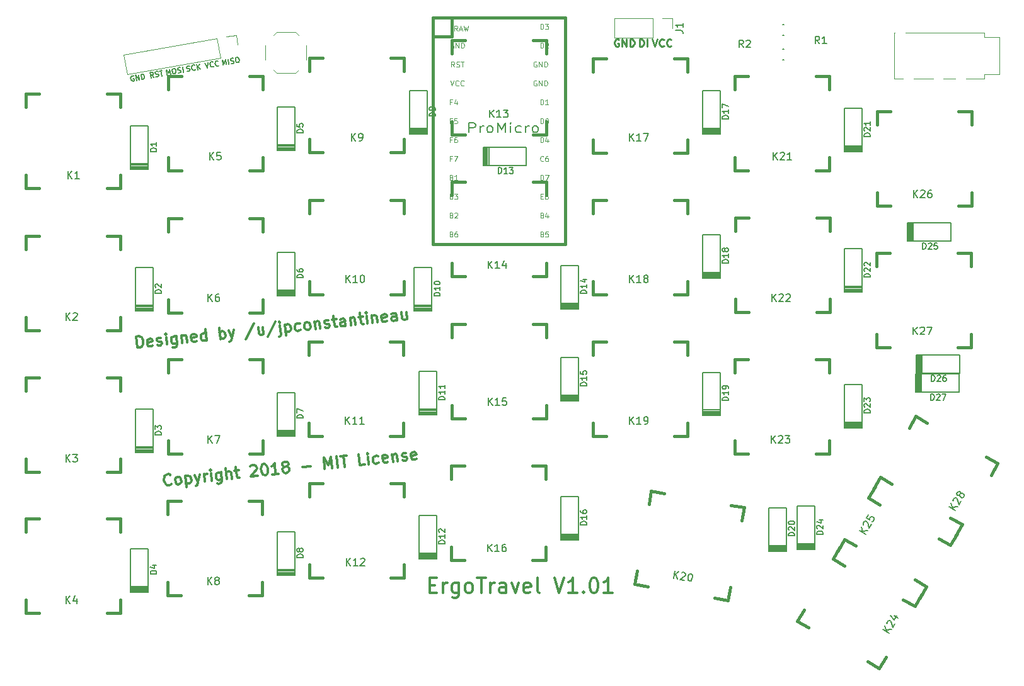
<source format=gbr>
G04 #@! TF.FileFunction,Legend,Top*
%FSLAX46Y46*%
G04 Gerber Fmt 4.6, Leading zero omitted, Abs format (unit mm)*
G04 Created by KiCad (PCBNEW 4.0.7) date 03/27/18 08:57:17*
%MOMM*%
%LPD*%
G01*
G04 APERTURE LIST*
%ADD10C,0.100000*%
%ADD11C,0.250000*%
%ADD12C,0.300000*%
%ADD13C,0.200000*%
%ADD14C,0.120000*%
%ADD15C,0.381000*%
%ADD16C,0.150000*%
%ADD17C,0.203200*%
G04 APERTURE END LIST*
D10*
D11*
X162242667Y-50252381D02*
X162576000Y-51252381D01*
X162909334Y-50252381D01*
X163814096Y-51157143D02*
X163766477Y-51204762D01*
X163623620Y-51252381D01*
X163528382Y-51252381D01*
X163385524Y-51204762D01*
X163290286Y-51109524D01*
X163242667Y-51014286D01*
X163195048Y-50823810D01*
X163195048Y-50680952D01*
X163242667Y-50490476D01*
X163290286Y-50395238D01*
X163385524Y-50300000D01*
X163528382Y-50252381D01*
X163623620Y-50252381D01*
X163766477Y-50300000D01*
X163814096Y-50347619D01*
X164814096Y-51157143D02*
X164766477Y-51204762D01*
X164623620Y-51252381D01*
X164528382Y-51252381D01*
X164385524Y-51204762D01*
X164290286Y-51109524D01*
X164242667Y-51014286D01*
X164195048Y-50823810D01*
X164195048Y-50680952D01*
X164242667Y-50490476D01*
X164290286Y-50395238D01*
X164385524Y-50300000D01*
X164528382Y-50252381D01*
X164623620Y-50252381D01*
X164766477Y-50300000D01*
X164814096Y-50347619D01*
X160536000Y-51252381D02*
X160536000Y-50252381D01*
X160774095Y-50252381D01*
X160916953Y-50300000D01*
X161012191Y-50395238D01*
X161059810Y-50490476D01*
X161107429Y-50680952D01*
X161107429Y-50823810D01*
X161059810Y-51014286D01*
X161012191Y-51109524D01*
X160916953Y-51204762D01*
X160774095Y-51252381D01*
X160536000Y-51252381D01*
X161536000Y-51252381D02*
X161536000Y-50252381D01*
X157734096Y-50300000D02*
X157638858Y-50252381D01*
X157496001Y-50252381D01*
X157353143Y-50300000D01*
X157257905Y-50395238D01*
X157210286Y-50490476D01*
X157162667Y-50680952D01*
X157162667Y-50823810D01*
X157210286Y-51014286D01*
X157257905Y-51109524D01*
X157353143Y-51204762D01*
X157496001Y-51252381D01*
X157591239Y-51252381D01*
X157734096Y-51204762D01*
X157781715Y-51157143D01*
X157781715Y-50823810D01*
X157591239Y-50823810D01*
X158210286Y-51252381D02*
X158210286Y-50252381D01*
X158781715Y-51252381D01*
X158781715Y-50252381D01*
X159257905Y-51252381D02*
X159257905Y-50252381D01*
X159496000Y-50252381D01*
X159638858Y-50300000D01*
X159734096Y-50395238D01*
X159781715Y-50490476D01*
X159829334Y-50680952D01*
X159829334Y-50823810D01*
X159781715Y-51014286D01*
X159734096Y-51109524D01*
X159638858Y-51204762D01*
X159496000Y-51252381D01*
X159257905Y-51252381D01*
D12*
X132320167Y-123696183D02*
X132986834Y-123696183D01*
X133272548Y-124743802D02*
X132320167Y-124743802D01*
X132320167Y-122743802D01*
X133272548Y-122743802D01*
X134129691Y-124743802D02*
X134129691Y-123410469D01*
X134129691Y-123791421D02*
X134224930Y-123600945D01*
X134320168Y-123505707D01*
X134510644Y-123410469D01*
X134701120Y-123410469D01*
X136224929Y-123410469D02*
X136224929Y-125029516D01*
X136129691Y-125219992D01*
X136034453Y-125315230D01*
X135843977Y-125410469D01*
X135558263Y-125410469D01*
X135367786Y-125315230D01*
X136224929Y-124648564D02*
X136034453Y-124743802D01*
X135653501Y-124743802D01*
X135463025Y-124648564D01*
X135367786Y-124553326D01*
X135272548Y-124362850D01*
X135272548Y-123791421D01*
X135367786Y-123600945D01*
X135463025Y-123505707D01*
X135653501Y-123410469D01*
X136034453Y-123410469D01*
X136224929Y-123505707D01*
X137463025Y-124743802D02*
X137272549Y-124648564D01*
X137177310Y-124553326D01*
X137082072Y-124362850D01*
X137082072Y-123791421D01*
X137177310Y-123600945D01*
X137272549Y-123505707D01*
X137463025Y-123410469D01*
X137748739Y-123410469D01*
X137939215Y-123505707D01*
X138034453Y-123600945D01*
X138129691Y-123791421D01*
X138129691Y-124362850D01*
X138034453Y-124553326D01*
X137939215Y-124648564D01*
X137748739Y-124743802D01*
X137463025Y-124743802D01*
X138701120Y-122743802D02*
X139843977Y-122743802D01*
X139272549Y-124743802D02*
X139272549Y-122743802D01*
X140510644Y-124743802D02*
X140510644Y-123410469D01*
X140510644Y-123791421D02*
X140605883Y-123600945D01*
X140701121Y-123505707D01*
X140891597Y-123410469D01*
X141082073Y-123410469D01*
X142605882Y-124743802D02*
X142605882Y-123696183D01*
X142510644Y-123505707D01*
X142320168Y-123410469D01*
X141939216Y-123410469D01*
X141748739Y-123505707D01*
X142605882Y-124648564D02*
X142415406Y-124743802D01*
X141939216Y-124743802D01*
X141748739Y-124648564D01*
X141653501Y-124458088D01*
X141653501Y-124267611D01*
X141748739Y-124077135D01*
X141939216Y-123981897D01*
X142415406Y-123981897D01*
X142605882Y-123886659D01*
X143367787Y-123410469D02*
X143843978Y-124743802D01*
X144320168Y-123410469D01*
X145843978Y-124648564D02*
X145653502Y-124743802D01*
X145272550Y-124743802D01*
X145082073Y-124648564D01*
X144986835Y-124458088D01*
X144986835Y-123696183D01*
X145082073Y-123505707D01*
X145272550Y-123410469D01*
X145653502Y-123410469D01*
X145843978Y-123505707D01*
X145939216Y-123696183D01*
X145939216Y-123886659D01*
X144986835Y-124077135D01*
X147082074Y-124743802D02*
X146891598Y-124648564D01*
X146796359Y-124458088D01*
X146796359Y-122743802D01*
X149082074Y-122743802D02*
X149748741Y-124743802D01*
X150415408Y-122743802D01*
X152129694Y-124743802D02*
X150986836Y-124743802D01*
X151558265Y-124743802D02*
X151558265Y-122743802D01*
X151367789Y-123029516D01*
X151177313Y-123219992D01*
X150986836Y-123315230D01*
X152986836Y-124553326D02*
X153082075Y-124648564D01*
X152986836Y-124743802D01*
X152891598Y-124648564D01*
X152986836Y-124553326D01*
X152986836Y-124743802D01*
X154320170Y-122743802D02*
X154510646Y-122743802D01*
X154701122Y-122839040D01*
X154796360Y-122934278D01*
X154891598Y-123124754D01*
X154986837Y-123505707D01*
X154986837Y-123981897D01*
X154891598Y-124362850D01*
X154796360Y-124553326D01*
X154701122Y-124648564D01*
X154510646Y-124743802D01*
X154320170Y-124743802D01*
X154129694Y-124648564D01*
X154034456Y-124553326D01*
X153939217Y-124362850D01*
X153843979Y-123981897D01*
X153843979Y-123505707D01*
X153939217Y-123124754D01*
X154034456Y-122934278D01*
X154129694Y-122839040D01*
X154320170Y-122743802D01*
X156891599Y-124743802D02*
X155748741Y-124743802D01*
X156320170Y-124743802D02*
X156320170Y-122743802D01*
X156129694Y-123029516D01*
X155939218Y-123219992D01*
X155748741Y-123315230D01*
X97635596Y-110099290D02*
X97572025Y-110177794D01*
X97366379Y-110271230D01*
X97224304Y-110286162D01*
X97003727Y-110237525D01*
X96846719Y-110110383D01*
X96760750Y-109975775D01*
X96659847Y-109699091D01*
X96637448Y-109485980D01*
X96678620Y-109194364D01*
X96734724Y-109044823D01*
X96861867Y-108887816D01*
X97067512Y-108794380D01*
X97209586Y-108779447D01*
X97430165Y-108828086D01*
X97508669Y-108891657D01*
X98502976Y-110151769D02*
X98353434Y-110095665D01*
X98274931Y-110032093D01*
X98188961Y-109897485D01*
X98144163Y-109471262D01*
X98200268Y-109321721D01*
X98263839Y-109243217D01*
X98398448Y-109157247D01*
X98611559Y-109134848D01*
X98761100Y-109190953D01*
X98839604Y-109254524D01*
X98925574Y-109389132D01*
X98970372Y-109815356D01*
X98914267Y-109964896D01*
X98850695Y-110043400D01*
X98716087Y-110129370D01*
X98502976Y-110151769D01*
X99535044Y-109037786D02*
X99691837Y-110529569D01*
X99542510Y-109108823D02*
X99677118Y-109022853D01*
X99961267Y-108992988D01*
X100110808Y-109049093D01*
X100189312Y-109112664D01*
X100275282Y-109247272D01*
X100320080Y-109673496D01*
X100263975Y-109823036D01*
X100200404Y-109901540D01*
X100065796Y-109987510D01*
X99781647Y-110017375D01*
X99632106Y-109961271D01*
X100742678Y-108910858D02*
X101202393Y-109868049D01*
X101453050Y-108836195D02*
X101202393Y-109868049D01*
X101097649Y-110238168D01*
X101034079Y-110316672D01*
X100899471Y-110402641D01*
X102125877Y-109770986D02*
X102021349Y-108776465D01*
X102051214Y-109060614D02*
X102107318Y-108911074D01*
X102170889Y-108832570D01*
X102305497Y-108746599D01*
X102447572Y-108731667D01*
X103049361Y-109673924D02*
X102944833Y-108679402D01*
X102892569Y-108182141D02*
X102828997Y-108260646D01*
X102907501Y-108324217D01*
X102971072Y-108245713D01*
X102892569Y-108182141D01*
X102907501Y-108324217D01*
X104294541Y-108537542D02*
X104421469Y-109745176D01*
X104365364Y-109894717D01*
X104301793Y-109973221D01*
X104167185Y-110059190D01*
X103954073Y-110081589D01*
X103804532Y-110025485D01*
X104391603Y-109461028D02*
X104256995Y-109546997D01*
X103972846Y-109576862D01*
X103823305Y-109520758D01*
X103744802Y-109457187D01*
X103658831Y-109322579D01*
X103614034Y-108896355D01*
X103670139Y-108746815D01*
X103733709Y-108668311D01*
X103868318Y-108582340D01*
X104152467Y-108552475D01*
X104302008Y-108608580D01*
X105109443Y-109457401D02*
X104952650Y-107965618D01*
X105748778Y-109390204D02*
X105666649Y-108608794D01*
X105580678Y-108474186D01*
X105431138Y-108418081D01*
X105218026Y-108440480D01*
X105083417Y-108526451D01*
X105019847Y-108604955D01*
X106141511Y-108343418D02*
X106709809Y-108283687D01*
X106302359Y-107823758D02*
X106436752Y-109102430D01*
X106522722Y-109237038D01*
X106672263Y-109293142D01*
X106814338Y-109278209D01*
X108235297Y-107764243D02*
X108298869Y-107685739D01*
X108433477Y-107599769D01*
X108788663Y-107562437D01*
X108938204Y-107618542D01*
X109016708Y-107682113D01*
X109102677Y-107816722D01*
X109117610Y-107958796D01*
X109068972Y-108179374D01*
X108306121Y-109121417D01*
X109229605Y-109024355D01*
X109996296Y-107435510D02*
X110138371Y-107420577D01*
X110287911Y-107476682D01*
X110366416Y-107540253D01*
X110452386Y-107674861D01*
X110553288Y-107951544D01*
X110590619Y-108306731D01*
X110549448Y-108598346D01*
X110493343Y-108747886D01*
X110429772Y-108826391D01*
X110295163Y-108912360D01*
X110153089Y-108927292D01*
X110003548Y-108871188D01*
X109925044Y-108807617D01*
X109839075Y-108673009D01*
X109738172Y-108396326D01*
X109700840Y-108041140D01*
X109742013Y-107749525D01*
X109798117Y-107599984D01*
X109861688Y-107521480D01*
X109996296Y-107435510D01*
X112071095Y-108725702D02*
X111218648Y-108815298D01*
X111644872Y-108770500D02*
X111488079Y-107278717D01*
X111368404Y-107506762D01*
X111241261Y-107663769D01*
X111106653Y-107749739D01*
X112833947Y-107783660D02*
X112684405Y-107727555D01*
X112605902Y-107663983D01*
X112519932Y-107529375D01*
X112512465Y-107458338D01*
X112568570Y-107308798D01*
X112632141Y-107230294D01*
X112766750Y-107144323D01*
X113050899Y-107114458D01*
X113200439Y-107170563D01*
X113278944Y-107234134D01*
X113364913Y-107368743D01*
X113372379Y-107439779D01*
X113316275Y-107589320D01*
X113252704Y-107667824D01*
X113118096Y-107753794D01*
X112833947Y-107783660D01*
X112699338Y-107869629D01*
X112635767Y-107948133D01*
X112579662Y-108097674D01*
X112609527Y-108381823D01*
X112695498Y-108516431D01*
X112774001Y-108580002D01*
X112923543Y-108636106D01*
X113207691Y-108606241D01*
X113342300Y-108520271D01*
X113405871Y-108441767D01*
X113461975Y-108292227D01*
X113432110Y-108008078D01*
X113346140Y-107873470D01*
X113267636Y-107809898D01*
X113118096Y-107753794D01*
X115208041Y-107821420D02*
X116344638Y-107701959D01*
X118251338Y-108076132D02*
X118094545Y-106584349D01*
X118703801Y-107597645D01*
X119089067Y-106479821D01*
X119245859Y-107971604D01*
X119956233Y-107896941D02*
X119799440Y-106405158D01*
X120296701Y-106352893D02*
X121149148Y-106263298D01*
X120879718Y-107799878D02*
X120722925Y-106308096D01*
X123650171Y-107508692D02*
X122939798Y-107583355D01*
X122783006Y-106091572D01*
X124147432Y-107456428D02*
X124042904Y-106461906D01*
X123990640Y-105964645D02*
X123927068Y-106043149D01*
X124005572Y-106106720D01*
X124069143Y-106028216D01*
X123990640Y-105964645D01*
X124005572Y-106106720D01*
X125489674Y-107243531D02*
X125355066Y-107329500D01*
X125070917Y-107359366D01*
X124921376Y-107303262D01*
X124842873Y-107239690D01*
X124756902Y-107105082D01*
X124712104Y-106678859D01*
X124768210Y-106529318D01*
X124831780Y-106450814D01*
X124966389Y-106364844D01*
X125250538Y-106334978D01*
X125400079Y-106391083D01*
X126697307Y-107116604D02*
X126562699Y-107202573D01*
X126278550Y-107232438D01*
X126129010Y-107176334D01*
X126043039Y-107041726D01*
X125983309Y-106473427D01*
X126039414Y-106323887D01*
X126174022Y-106237916D01*
X126458171Y-106208051D01*
X126607712Y-106264156D01*
X126693682Y-106398764D01*
X126708615Y-106540839D01*
X126013174Y-106757576D01*
X127310618Y-106118455D02*
X127415147Y-107112977D01*
X127325551Y-106260531D02*
X127389121Y-106182027D01*
X127523730Y-106096056D01*
X127736842Y-106073657D01*
X127886382Y-106129762D01*
X127972353Y-106264370D01*
X128054482Y-107045780D01*
X128686351Y-106907547D02*
X128835892Y-106963651D01*
X129120042Y-106933785D01*
X129254650Y-106847816D01*
X129310754Y-106698275D01*
X129303288Y-106627238D01*
X129217318Y-106492630D01*
X129067777Y-106436524D01*
X128854665Y-106458923D01*
X128705125Y-106402819D01*
X128619154Y-106268211D01*
X128611688Y-106197174D01*
X128667793Y-106047633D01*
X128802401Y-105961662D01*
X129015513Y-105939264D01*
X129165054Y-105995369D01*
X130533321Y-106713422D02*
X130398712Y-106799392D01*
X130114564Y-106829257D01*
X129965023Y-106773153D01*
X129879053Y-106638545D01*
X129819322Y-106070246D01*
X129875427Y-105920705D01*
X130010035Y-105834735D01*
X130294184Y-105804870D01*
X130443725Y-105860975D01*
X130529695Y-105995583D01*
X130544628Y-106137657D01*
X129849187Y-106354395D01*
X93054331Y-91766689D02*
X92897538Y-90274906D01*
X93252725Y-90237575D01*
X93473302Y-90286214D01*
X93630310Y-90413355D01*
X93716279Y-90547963D01*
X93817182Y-90824647D01*
X93839581Y-91037758D01*
X93798409Y-91329374D01*
X93742305Y-91478915D01*
X93615162Y-91635922D01*
X93409517Y-91729358D01*
X93054331Y-91766689D01*
X95106945Y-91479129D02*
X94972337Y-91565099D01*
X94688188Y-91594964D01*
X94538647Y-91538860D01*
X94452677Y-91404252D01*
X94392946Y-90835953D01*
X94449051Y-90686412D01*
X94583660Y-90600442D01*
X94867808Y-90570577D01*
X95017349Y-90626682D01*
X95103319Y-90761290D01*
X95118252Y-90903364D01*
X94422812Y-91120102D01*
X95746280Y-91411932D02*
X95895821Y-91468036D01*
X96179971Y-91438171D01*
X96314579Y-91352202D01*
X96370683Y-91202661D01*
X96363217Y-91131623D01*
X96277247Y-90997015D01*
X96127707Y-90940910D01*
X95914595Y-90963309D01*
X95765054Y-90907205D01*
X95679084Y-90772597D01*
X95671617Y-90701559D01*
X95727722Y-90552019D01*
X95862330Y-90466048D01*
X96075442Y-90443649D01*
X96224983Y-90499754D01*
X97032418Y-91348575D02*
X96927890Y-90354053D01*
X96875626Y-89856792D02*
X96812054Y-89935297D01*
X96890558Y-89998868D01*
X96954129Y-89920364D01*
X96875626Y-89856792D01*
X96890558Y-89998868D01*
X98277598Y-90212193D02*
X98404526Y-91419827D01*
X98348421Y-91569368D01*
X98284850Y-91647872D01*
X98150242Y-91733841D01*
X97937130Y-91756240D01*
X97787589Y-91700136D01*
X98374661Y-91135679D02*
X98240052Y-91221648D01*
X97955904Y-91251513D01*
X97806362Y-91195409D01*
X97727859Y-91131838D01*
X97641888Y-90997230D01*
X97597091Y-90571006D01*
X97653196Y-90421466D01*
X97716766Y-90342962D01*
X97851375Y-90256991D01*
X98135524Y-90227126D01*
X98285065Y-90283231D01*
X98987971Y-90137530D02*
X99092500Y-91132052D01*
X99002904Y-90279606D02*
X99066474Y-90201102D01*
X99201083Y-90115131D01*
X99414195Y-90092732D01*
X99563735Y-90148837D01*
X99649706Y-90283445D01*
X99731835Y-91064855D01*
X101003040Y-90859425D02*
X100868432Y-90945394D01*
X100584283Y-90975259D01*
X100434742Y-90919155D01*
X100348772Y-90784547D01*
X100289041Y-90216249D01*
X100345146Y-90066708D01*
X100479754Y-89980737D01*
X100763903Y-89950872D01*
X100913444Y-90006977D01*
X100999414Y-90141585D01*
X101014347Y-90283660D01*
X100318906Y-90500397D01*
X102360214Y-90788601D02*
X102203422Y-89296819D01*
X102352748Y-90717565D02*
X102218140Y-90803534D01*
X101933991Y-90833399D01*
X101784449Y-90777295D01*
X101705946Y-90713724D01*
X101619976Y-90579116D01*
X101575178Y-90152893D01*
X101631283Y-90003352D01*
X101694854Y-89924848D01*
X101829463Y-89838877D01*
X102113611Y-89809012D01*
X102263152Y-89865117D01*
X104207184Y-90594477D02*
X104050391Y-89102694D01*
X104110122Y-89670993D02*
X104244730Y-89585023D01*
X104528879Y-89555157D01*
X104678419Y-89611262D01*
X104756923Y-89674834D01*
X104842894Y-89809442D01*
X104887692Y-90235665D01*
X104831586Y-90385206D01*
X104768015Y-90463710D01*
X104633407Y-90549679D01*
X104349258Y-90579544D01*
X104199717Y-90523440D01*
X105310289Y-89473028D02*
X105770004Y-90430218D01*
X106020661Y-89398365D02*
X105770004Y-90430218D01*
X105665260Y-90800337D01*
X105601690Y-90878841D01*
X105467082Y-90964811D01*
X108731384Y-88538881D02*
X107654304Y-90591280D01*
X109927712Y-88987717D02*
X110032241Y-89982239D01*
X109288377Y-89054914D02*
X109370506Y-89836325D01*
X109456476Y-89970933D01*
X109606017Y-90027037D01*
X109819129Y-90004638D01*
X109953737Y-89918669D01*
X110017308Y-89840164D01*
X111643913Y-88232761D02*
X110566833Y-90285161D01*
X112200906Y-88748795D02*
X112335300Y-90027466D01*
X112279195Y-90177007D01*
X112144586Y-90262977D01*
X112073550Y-90270443D01*
X112148642Y-88251534D02*
X112085070Y-88330038D01*
X112163574Y-88393609D01*
X112227145Y-88315105D01*
X112148642Y-88251534D01*
X112163574Y-88393609D01*
X112911279Y-88674132D02*
X113068072Y-90165914D01*
X112918745Y-88745169D02*
X113053353Y-88659199D01*
X113337502Y-88629334D01*
X113487043Y-88685439D01*
X113565547Y-88749010D01*
X113651517Y-88883618D01*
X113696315Y-89309841D01*
X113640210Y-89459382D01*
X113576639Y-89537886D01*
X113442031Y-89623856D01*
X113157882Y-89653721D01*
X113008341Y-89597617D01*
X114997385Y-89388560D02*
X114862777Y-89474529D01*
X114578628Y-89504394D01*
X114429086Y-89448290D01*
X114350583Y-89384719D01*
X114264613Y-89250111D01*
X114219815Y-88823888D01*
X114275920Y-88674347D01*
X114339490Y-88595843D01*
X114474099Y-88509872D01*
X114758248Y-88480007D01*
X114907789Y-88536112D01*
X115857299Y-89370001D02*
X115707757Y-89313897D01*
X115629254Y-89250325D01*
X115543284Y-89115717D01*
X115498486Y-88689494D01*
X115554591Y-88539953D01*
X115618161Y-88461449D01*
X115752770Y-88375479D01*
X115965881Y-88353080D01*
X116115422Y-88409185D01*
X116193926Y-88472756D01*
X116279896Y-88607364D01*
X116324694Y-89033588D01*
X116268589Y-89183128D01*
X116205018Y-89261632D01*
X116070410Y-89347602D01*
X115857299Y-89370001D01*
X116889366Y-88256018D02*
X116993895Y-89250540D01*
X116904299Y-88398093D02*
X116967870Y-88319589D01*
X117102479Y-88233619D01*
X117315590Y-88211220D01*
X117465130Y-88267325D01*
X117551101Y-88401933D01*
X117633230Y-89183343D01*
X118265099Y-89045109D02*
X118414640Y-89101213D01*
X118698790Y-89071348D01*
X118833398Y-88985379D01*
X118889502Y-88835838D01*
X118882036Y-88764800D01*
X118796066Y-88630192D01*
X118646526Y-88574087D01*
X118433414Y-88596486D01*
X118283873Y-88540382D01*
X118197903Y-88405774D01*
X118190436Y-88334736D01*
X118246541Y-88185195D01*
X118381149Y-88099225D01*
X118594261Y-88076826D01*
X118743802Y-88132931D01*
X119233597Y-88009629D02*
X119801895Y-87949899D01*
X119394445Y-87489969D02*
X119528839Y-88768641D01*
X119614808Y-88903249D01*
X119764350Y-88959353D01*
X119906424Y-88944420D01*
X121043020Y-88824959D02*
X120960891Y-88043550D01*
X120874920Y-87908942D01*
X120725380Y-87852836D01*
X120441231Y-87882702D01*
X120306623Y-87968672D01*
X121035554Y-88753923D02*
X120900946Y-88839892D01*
X120545759Y-88877224D01*
X120396219Y-88821119D01*
X120310248Y-88686511D01*
X120295316Y-88544437D01*
X120351421Y-88394895D01*
X120486029Y-88308926D01*
X120841215Y-88271594D01*
X120975823Y-88185624D01*
X121648865Y-87755774D02*
X121753393Y-88750296D01*
X121663798Y-87897850D02*
X121727368Y-87819346D01*
X121861977Y-87733375D01*
X122075088Y-87710976D01*
X122224629Y-87767081D01*
X122310599Y-87901689D01*
X122392729Y-88683099D01*
X122785461Y-87636313D02*
X123353760Y-87576583D01*
X122946309Y-87116653D02*
X123080703Y-88395325D01*
X123166672Y-88529933D01*
X123316214Y-88586037D01*
X123458288Y-88571104D01*
X123955549Y-88518840D02*
X123851021Y-87524318D01*
X123798757Y-87027057D02*
X123735185Y-87105561D01*
X123813689Y-87169133D01*
X123877260Y-87090629D01*
X123798757Y-87027057D01*
X123813689Y-87169133D01*
X124561394Y-87449655D02*
X124665922Y-88444177D01*
X124576327Y-87591731D02*
X124639897Y-87513227D01*
X124774506Y-87427256D01*
X124987617Y-87404857D01*
X125137158Y-87460962D01*
X125223128Y-87595570D01*
X125305258Y-88376980D01*
X126576462Y-88171550D02*
X126441854Y-88257519D01*
X126157705Y-88287384D01*
X126008164Y-88231280D01*
X125922194Y-88096672D01*
X125862464Y-87528374D01*
X125918569Y-87378833D01*
X126053177Y-87292862D01*
X126337325Y-87262997D01*
X126486866Y-87319102D01*
X126572837Y-87453710D01*
X126587769Y-87595785D01*
X125892329Y-87812522D01*
X127933637Y-88100726D02*
X127851507Y-87319317D01*
X127765537Y-87184709D01*
X127615996Y-87128603D01*
X127331847Y-87158469D01*
X127197239Y-87244439D01*
X127926171Y-88029690D02*
X127791562Y-88115659D01*
X127436376Y-88152991D01*
X127286835Y-88096887D01*
X127200865Y-87962278D01*
X127185932Y-87820204D01*
X127242037Y-87670662D01*
X127376645Y-87584693D01*
X127731832Y-87547361D01*
X127866440Y-87461391D01*
X129178817Y-86964344D02*
X129283345Y-87958866D01*
X128539481Y-87031541D02*
X128621611Y-87812952D01*
X128707580Y-87947560D01*
X128857122Y-88003664D01*
X129070233Y-87981265D01*
X129204841Y-87895296D01*
X129268413Y-87816792D01*
D13*
X92145000Y-67045000D02*
X94545000Y-67045000D01*
X92145000Y-67220000D02*
X94545000Y-67220000D01*
X92145000Y-67395000D02*
X94545000Y-67395000D01*
X94545000Y-67795000D02*
X92145000Y-67795000D01*
X92145000Y-67570000D02*
X94545000Y-67570000D01*
X92145000Y-67695000D02*
X94545000Y-67695000D01*
X92145000Y-67770000D02*
X92145000Y-61970000D01*
X92145000Y-61970000D02*
X94545000Y-61970000D01*
X94545000Y-61970000D02*
X94545000Y-67770000D01*
X92780000Y-86095000D02*
X95180000Y-86095000D01*
X92780000Y-86270000D02*
X95180000Y-86270000D01*
X92780000Y-86445000D02*
X95180000Y-86445000D01*
X95180000Y-86845000D02*
X92780000Y-86845000D01*
X92780000Y-86620000D02*
X95180000Y-86620000D01*
X92780000Y-86745000D02*
X95180000Y-86745000D01*
X92780000Y-86820000D02*
X92780000Y-81020000D01*
X92780000Y-81020000D02*
X95180000Y-81020000D01*
X95180000Y-81020000D02*
X95180000Y-86820000D01*
X92780000Y-105145000D02*
X95180000Y-105145000D01*
X92780000Y-105320000D02*
X95180000Y-105320000D01*
X92780000Y-105495000D02*
X95180000Y-105495000D01*
X95180000Y-105895000D02*
X92780000Y-105895000D01*
X92780000Y-105670000D02*
X95180000Y-105670000D01*
X92780000Y-105795000D02*
X95180000Y-105795000D01*
X92780000Y-105870000D02*
X92780000Y-100070000D01*
X92780000Y-100070000D02*
X95180000Y-100070000D01*
X95180000Y-100070000D02*
X95180000Y-105870000D01*
X92145000Y-123890000D02*
X94545000Y-123890000D01*
X92145000Y-124065000D02*
X94545000Y-124065000D01*
X92145000Y-124240000D02*
X94545000Y-124240000D01*
X94545000Y-124640000D02*
X92145000Y-124640000D01*
X92145000Y-124415000D02*
X94545000Y-124415000D01*
X92145000Y-124540000D02*
X94545000Y-124540000D01*
X92145000Y-124615000D02*
X92145000Y-118815000D01*
X92145000Y-118815000D02*
X94545000Y-118815000D01*
X94545000Y-118815000D02*
X94545000Y-124615000D01*
X111830000Y-64505000D02*
X114230000Y-64505000D01*
X111830000Y-64680000D02*
X114230000Y-64680000D01*
X111830000Y-64855000D02*
X114230000Y-64855000D01*
X114230000Y-65255000D02*
X111830000Y-65255000D01*
X111830000Y-65030000D02*
X114230000Y-65030000D01*
X111830000Y-65155000D02*
X114230000Y-65155000D01*
X111830000Y-65230000D02*
X111830000Y-59430000D01*
X111830000Y-59430000D02*
X114230000Y-59430000D01*
X114230000Y-59430000D02*
X114230000Y-65230000D01*
X111830000Y-84030000D02*
X114230000Y-84030000D01*
X111830000Y-84205000D02*
X114230000Y-84205000D01*
X111830000Y-84380000D02*
X114230000Y-84380000D01*
X114230000Y-84780000D02*
X111830000Y-84780000D01*
X111830000Y-84555000D02*
X114230000Y-84555000D01*
X111830000Y-84680000D02*
X114230000Y-84680000D01*
X111830000Y-84755000D02*
X111830000Y-78955000D01*
X111830000Y-78955000D02*
X114230000Y-78955000D01*
X114230000Y-78955000D02*
X114230000Y-84755000D01*
X111830000Y-102910000D02*
X114230000Y-102910000D01*
X111830000Y-103085000D02*
X114230000Y-103085000D01*
X111830000Y-103260000D02*
X114230000Y-103260000D01*
X114230000Y-103660000D02*
X111830000Y-103660000D01*
X111830000Y-103435000D02*
X114230000Y-103435000D01*
X111830000Y-103560000D02*
X114230000Y-103560000D01*
X111830000Y-103635000D02*
X111830000Y-97835000D01*
X111830000Y-97835000D02*
X114230000Y-97835000D01*
X114230000Y-97835000D02*
X114230000Y-103635000D01*
X111830000Y-121655000D02*
X114230000Y-121655000D01*
X111830000Y-121830000D02*
X114230000Y-121830000D01*
X111830000Y-122005000D02*
X114230000Y-122005000D01*
X114230000Y-122405000D02*
X111830000Y-122405000D01*
X111830000Y-122180000D02*
X114230000Y-122180000D01*
X111830000Y-122305000D02*
X114230000Y-122305000D01*
X111830000Y-122380000D02*
X111830000Y-116580000D01*
X111830000Y-116580000D02*
X114230000Y-116580000D01*
X114230000Y-116580000D02*
X114230000Y-122380000D01*
X129610000Y-62295000D02*
X132010000Y-62295000D01*
X129610000Y-62470000D02*
X132010000Y-62470000D01*
X129610000Y-62645000D02*
X132010000Y-62645000D01*
X132010000Y-63045000D02*
X129610000Y-63045000D01*
X129610000Y-62820000D02*
X132010000Y-62820000D01*
X129610000Y-62945000D02*
X132010000Y-62945000D01*
X129610000Y-63020000D02*
X129610000Y-57220000D01*
X129610000Y-57220000D02*
X132010000Y-57220000D01*
X132010000Y-57220000D02*
X132010000Y-63020000D01*
X130245000Y-86095000D02*
X132645000Y-86095000D01*
X130245000Y-86270000D02*
X132645000Y-86270000D01*
X130245000Y-86445000D02*
X132645000Y-86445000D01*
X132645000Y-86845000D02*
X130245000Y-86845000D01*
X130245000Y-86620000D02*
X132645000Y-86620000D01*
X130245000Y-86745000D02*
X132645000Y-86745000D01*
X130245000Y-86820000D02*
X130245000Y-81020000D01*
X130245000Y-81020000D02*
X132645000Y-81020000D01*
X132645000Y-81020000D02*
X132645000Y-86820000D01*
X130880000Y-100065000D02*
X133280000Y-100065000D01*
X130880000Y-100240000D02*
X133280000Y-100240000D01*
X130880000Y-100415000D02*
X133280000Y-100415000D01*
X133280000Y-100815000D02*
X130880000Y-100815000D01*
X130880000Y-100590000D02*
X133280000Y-100590000D01*
X130880000Y-100715000D02*
X133280000Y-100715000D01*
X130880000Y-100790000D02*
X130880000Y-94990000D01*
X130880000Y-94990000D02*
X133280000Y-94990000D01*
X133280000Y-94990000D02*
X133280000Y-100790000D01*
X130880000Y-119420000D02*
X133280000Y-119420000D01*
X130880000Y-119595000D02*
X133280000Y-119595000D01*
X130880000Y-119770000D02*
X133280000Y-119770000D01*
X133280000Y-120170000D02*
X130880000Y-120170000D01*
X130880000Y-119945000D02*
X133280000Y-119945000D01*
X130880000Y-120070000D02*
X133280000Y-120070000D01*
X130880000Y-120145000D02*
X130880000Y-114345000D01*
X130880000Y-114345000D02*
X133280000Y-114345000D01*
X133280000Y-114345000D02*
X133280000Y-120145000D01*
X140270000Y-64840000D02*
X140270000Y-67240000D01*
X140095000Y-64840000D02*
X140095000Y-67240000D01*
X139920000Y-64840000D02*
X139920000Y-67240000D01*
X139520000Y-67240000D02*
X139520000Y-64840000D01*
X139745000Y-64840000D02*
X139745000Y-67240000D01*
X139620000Y-64840000D02*
X139620000Y-67240000D01*
X139545000Y-64840000D02*
X145345000Y-64840000D01*
X145345000Y-64840000D02*
X145345000Y-67240000D01*
X145345000Y-67240000D02*
X139545000Y-67240000D01*
X149930000Y-85790000D02*
X152330000Y-85790000D01*
X149930000Y-85965000D02*
X152330000Y-85965000D01*
X149930000Y-86140000D02*
X152330000Y-86140000D01*
X152330000Y-86540000D02*
X149930000Y-86540000D01*
X149930000Y-86315000D02*
X152330000Y-86315000D01*
X149930000Y-86440000D02*
X152330000Y-86440000D01*
X149930000Y-86515000D02*
X149930000Y-80715000D01*
X149930000Y-80715000D02*
X152330000Y-80715000D01*
X152330000Y-80715000D02*
X152330000Y-86515000D01*
X149930000Y-98160000D02*
X152330000Y-98160000D01*
X149930000Y-98335000D02*
X152330000Y-98335000D01*
X149930000Y-98510000D02*
X152330000Y-98510000D01*
X152330000Y-98910000D02*
X149930000Y-98910000D01*
X149930000Y-98685000D02*
X152330000Y-98685000D01*
X149930000Y-98810000D02*
X152330000Y-98810000D01*
X149930000Y-98885000D02*
X149930000Y-93085000D01*
X149930000Y-93085000D02*
X152330000Y-93085000D01*
X152330000Y-93085000D02*
X152330000Y-98885000D01*
X149930000Y-116880000D02*
X152330000Y-116880000D01*
X149930000Y-117055000D02*
X152330000Y-117055000D01*
X149930000Y-117230000D02*
X152330000Y-117230000D01*
X152330000Y-117630000D02*
X149930000Y-117630000D01*
X149930000Y-117405000D02*
X152330000Y-117405000D01*
X149930000Y-117530000D02*
X152330000Y-117530000D01*
X149930000Y-117605000D02*
X149930000Y-111805000D01*
X149930000Y-111805000D02*
X152330000Y-111805000D01*
X152330000Y-111805000D02*
X152330000Y-117605000D01*
X168980000Y-62270000D02*
X171380000Y-62270000D01*
X168980000Y-62445000D02*
X171380000Y-62445000D01*
X168980000Y-62620000D02*
X171380000Y-62620000D01*
X171380000Y-63020000D02*
X168980000Y-63020000D01*
X168980000Y-62795000D02*
X171380000Y-62795000D01*
X168980000Y-62920000D02*
X171380000Y-62920000D01*
X168980000Y-62995000D02*
X168980000Y-57195000D01*
X168980000Y-57195000D02*
X171380000Y-57195000D01*
X171380000Y-57195000D02*
X171380000Y-62995000D01*
X168980000Y-81650000D02*
X171380000Y-81650000D01*
X168980000Y-81825000D02*
X171380000Y-81825000D01*
X168980000Y-82000000D02*
X171380000Y-82000000D01*
X171380000Y-82400000D02*
X168980000Y-82400000D01*
X168980000Y-82175000D02*
X171380000Y-82175000D01*
X168980000Y-82300000D02*
X171380000Y-82300000D01*
X168980000Y-82375000D02*
X168980000Y-76575000D01*
X168980000Y-76575000D02*
X171380000Y-76575000D01*
X171380000Y-76575000D02*
X171380000Y-82375000D01*
X168980000Y-100155000D02*
X171380000Y-100155000D01*
X168980000Y-100330000D02*
X171380000Y-100330000D01*
X168980000Y-100505000D02*
X171380000Y-100505000D01*
X171380000Y-100905000D02*
X168980000Y-100905000D01*
X168980000Y-100680000D02*
X171380000Y-100680000D01*
X168980000Y-100805000D02*
X171380000Y-100805000D01*
X168980000Y-100880000D02*
X168980000Y-95080000D01*
X168980000Y-95080000D02*
X171380000Y-95080000D01*
X171380000Y-95080000D02*
X171380000Y-100880000D01*
X177870000Y-118390000D02*
X180270000Y-118390000D01*
X177870000Y-118565000D02*
X180270000Y-118565000D01*
X177870000Y-118740000D02*
X180270000Y-118740000D01*
X180270000Y-119140000D02*
X177870000Y-119140000D01*
X177870000Y-118915000D02*
X180270000Y-118915000D01*
X177870000Y-119040000D02*
X180270000Y-119040000D01*
X177870000Y-119115000D02*
X177870000Y-113315000D01*
X177870000Y-113315000D02*
X180270000Y-113315000D01*
X180270000Y-113315000D02*
X180270000Y-119115000D01*
X188030000Y-64665000D02*
X190430000Y-64665000D01*
X188030000Y-64840000D02*
X190430000Y-64840000D01*
X188030000Y-65015000D02*
X190430000Y-65015000D01*
X190430000Y-65415000D02*
X188030000Y-65415000D01*
X188030000Y-65190000D02*
X190430000Y-65190000D01*
X188030000Y-65315000D02*
X190430000Y-65315000D01*
X188030000Y-65390000D02*
X188030000Y-59590000D01*
X188030000Y-59590000D02*
X190430000Y-59590000D01*
X190430000Y-59590000D02*
X190430000Y-65390000D01*
X188030000Y-83555000D02*
X190430000Y-83555000D01*
X188030000Y-83730000D02*
X190430000Y-83730000D01*
X188030000Y-83905000D02*
X190430000Y-83905000D01*
X190430000Y-84305000D02*
X188030000Y-84305000D01*
X188030000Y-84080000D02*
X190430000Y-84080000D01*
X188030000Y-84205000D02*
X190430000Y-84205000D01*
X188030000Y-84280000D02*
X188030000Y-78480000D01*
X188030000Y-78480000D02*
X190430000Y-78480000D01*
X190430000Y-78480000D02*
X190430000Y-84280000D01*
X188030000Y-101810000D02*
X190430000Y-101810000D01*
X188030000Y-101985000D02*
X190430000Y-101985000D01*
X188030000Y-102160000D02*
X190430000Y-102160000D01*
X190430000Y-102560000D02*
X188030000Y-102560000D01*
X188030000Y-102335000D02*
X190430000Y-102335000D01*
X188030000Y-102460000D02*
X190430000Y-102460000D01*
X188030000Y-102535000D02*
X188030000Y-96735000D01*
X188030000Y-96735000D02*
X190430000Y-96735000D01*
X190430000Y-96735000D02*
X190430000Y-102535000D01*
X181680000Y-118175000D02*
X184080000Y-118175000D01*
X181680000Y-118350000D02*
X184080000Y-118350000D01*
X181680000Y-118525000D02*
X184080000Y-118525000D01*
X184080000Y-118925000D02*
X181680000Y-118925000D01*
X181680000Y-118700000D02*
X184080000Y-118700000D01*
X181680000Y-118825000D02*
X184080000Y-118825000D01*
X181680000Y-118900000D02*
X181680000Y-113100000D01*
X181680000Y-113100000D02*
X184080000Y-113100000D01*
X184080000Y-113100000D02*
X184080000Y-118900000D01*
X197275000Y-75000000D02*
X197275000Y-77400000D01*
X197100000Y-75000000D02*
X197100000Y-77400000D01*
X196925000Y-75000000D02*
X196925000Y-77400000D01*
X196525000Y-77400000D02*
X196525000Y-75000000D01*
X196750000Y-75000000D02*
X196750000Y-77400000D01*
X196625000Y-75000000D02*
X196625000Y-77400000D01*
X196550000Y-75000000D02*
X202350000Y-75000000D01*
X202350000Y-75000000D02*
X202350000Y-77400000D01*
X202350000Y-77400000D02*
X196550000Y-77400000D01*
X198475000Y-92780000D02*
X198475000Y-95180000D01*
X198300000Y-92780000D02*
X198300000Y-95180000D01*
X198125000Y-92780000D02*
X198125000Y-95180000D01*
X197725000Y-95180000D02*
X197725000Y-92780000D01*
X197950000Y-92780000D02*
X197950000Y-95180000D01*
X197825000Y-92780000D02*
X197825000Y-95180000D01*
X197750000Y-92780000D02*
X203550000Y-92780000D01*
X203550000Y-92780000D02*
X203550000Y-95180000D01*
X203550000Y-95180000D02*
X197750000Y-95180000D01*
X198385000Y-95320000D02*
X198385000Y-97720000D01*
X198210000Y-95320000D02*
X198210000Y-97720000D01*
X198035000Y-95320000D02*
X198035000Y-97720000D01*
X197635000Y-97720000D02*
X197635000Y-95320000D01*
X197860000Y-95320000D02*
X197860000Y-97720000D01*
X197735000Y-95320000D02*
X197735000Y-97720000D01*
X197660000Y-95320000D02*
X203460000Y-95320000D01*
X203460000Y-95320000D02*
X203460000Y-97720000D01*
X203460000Y-97720000D02*
X197660000Y-97720000D01*
D14*
X157166000Y-47438000D02*
X157166000Y-50098000D01*
X162306000Y-47438000D02*
X157166000Y-47438000D01*
X162306000Y-50098000D02*
X157166000Y-50098000D01*
X162306000Y-47438000D02*
X162306000Y-50098000D01*
X163576000Y-47438000D02*
X164906000Y-47438000D01*
X164906000Y-47438000D02*
X164906000Y-48768000D01*
X196275000Y-49400000D02*
X206875000Y-49400000D01*
X194875000Y-49400000D02*
X194775000Y-49400000D01*
X195975000Y-55600000D02*
X194775000Y-55600000D01*
X199975000Y-55600000D02*
X197375000Y-55600000D01*
X202975000Y-55600000D02*
X201375000Y-55600000D01*
X206875000Y-55600000D02*
X204375000Y-55600000D01*
X194775000Y-49400000D02*
X194775000Y-55600000D01*
X206875000Y-55600000D02*
X206875000Y-55000000D01*
X206875000Y-50000000D02*
X206875000Y-49400000D01*
X208875000Y-55000000D02*
X208875000Y-50000000D01*
X206875000Y-55000000D02*
X208875000Y-55000000D01*
X206875000Y-50000000D02*
X208875000Y-50000000D01*
D15*
X89016288Y-70293812D02*
X90794288Y-70293812D01*
X78094288Y-57593812D02*
X79872288Y-57593812D01*
X89016288Y-57593812D02*
X90794288Y-57593812D01*
X90794288Y-57593812D02*
X90794288Y-59371812D01*
X90794288Y-68515812D02*
X90794288Y-70293812D01*
X90794288Y-70293812D02*
X89016288Y-70293812D01*
X79872288Y-70293812D02*
X78094288Y-70293812D01*
X78094288Y-70293812D02*
X78094288Y-68515812D01*
X78094288Y-59371812D02*
X78094288Y-57593812D01*
X88996884Y-89405510D02*
X90774884Y-89405510D01*
X78074884Y-76705510D02*
X79852884Y-76705510D01*
X88996884Y-76705510D02*
X90774884Y-76705510D01*
X90774884Y-76705510D02*
X90774884Y-78483510D01*
X90774884Y-87627510D02*
X90774884Y-89405510D01*
X90774884Y-89405510D02*
X88996884Y-89405510D01*
X79852884Y-89405510D02*
X78074884Y-89405510D01*
X78074884Y-89405510D02*
X78074884Y-87627510D01*
X78074884Y-78483510D02*
X78074884Y-76705510D01*
X88996884Y-108457670D02*
X90774884Y-108457670D01*
X78074884Y-95757670D02*
X79852884Y-95757670D01*
X88996884Y-95757670D02*
X90774884Y-95757670D01*
X90774884Y-95757670D02*
X90774884Y-97535670D01*
X90774884Y-106679670D02*
X90774884Y-108457670D01*
X90774884Y-108457670D02*
X88996884Y-108457670D01*
X79852884Y-108457670D02*
X78074884Y-108457670D01*
X78074884Y-108457670D02*
X78074884Y-106679670D01*
X78074884Y-97535670D02*
X78074884Y-95757670D01*
X88996884Y-127450292D02*
X90774884Y-127450292D01*
X78074884Y-114750292D02*
X79852884Y-114750292D01*
X88996884Y-114750292D02*
X90774884Y-114750292D01*
X90774884Y-114750292D02*
X90774884Y-116528292D01*
X90774884Y-125672292D02*
X90774884Y-127450292D01*
X90774884Y-127450292D02*
X88996884Y-127450292D01*
X79852884Y-127450292D02*
X78074884Y-127450292D01*
X78074884Y-127450292D02*
X78074884Y-125672292D01*
X78074884Y-116528292D02*
X78074884Y-114750292D01*
X108108582Y-67971830D02*
X109886582Y-67971830D01*
X97186582Y-55271830D02*
X98964582Y-55271830D01*
X108108582Y-55271830D02*
X109886582Y-55271830D01*
X109886582Y-55271830D02*
X109886582Y-57049830D01*
X109886582Y-66193830D02*
X109886582Y-67971830D01*
X109886582Y-67971830D02*
X108108582Y-67971830D01*
X98964582Y-67971830D02*
X97186582Y-67971830D01*
X97186582Y-67971830D02*
X97186582Y-66193830D01*
X97186582Y-57049830D02*
X97186582Y-55271830D01*
X108108582Y-87083528D02*
X109886582Y-87083528D01*
X97186582Y-74383528D02*
X98964582Y-74383528D01*
X108108582Y-74383528D02*
X109886582Y-74383528D01*
X109886582Y-74383528D02*
X109886582Y-76161528D01*
X109886582Y-85305528D02*
X109886582Y-87083528D01*
X109886582Y-87083528D02*
X108108582Y-87083528D01*
X98964582Y-87083528D02*
X97186582Y-87083528D01*
X97186582Y-87083528D02*
X97186582Y-85305528D01*
X97186582Y-76161528D02*
X97186582Y-74383528D01*
X108108582Y-106016612D02*
X109886582Y-106016612D01*
X97186582Y-93316612D02*
X98964582Y-93316612D01*
X108108582Y-93316612D02*
X109886582Y-93316612D01*
X109886582Y-93316612D02*
X109886582Y-95094612D01*
X109886582Y-104238612D02*
X109886582Y-106016612D01*
X109886582Y-106016612D02*
X108108582Y-106016612D01*
X98964582Y-106016612D02*
X97186582Y-106016612D01*
X97186582Y-106016612D02*
X97186582Y-104238612D01*
X97186582Y-95094612D02*
X97186582Y-93316612D01*
X108049044Y-125128310D02*
X109827044Y-125128310D01*
X97127044Y-112428310D02*
X98905044Y-112428310D01*
X108049044Y-112428310D02*
X109827044Y-112428310D01*
X109827044Y-112428310D02*
X109827044Y-114206310D01*
X109827044Y-123350310D02*
X109827044Y-125128310D01*
X109827044Y-125128310D02*
X108049044Y-125128310D01*
X98905044Y-125128310D02*
X97127044Y-125128310D01*
X97127044Y-125128310D02*
X97127044Y-123350310D01*
X97127044Y-114206310D02*
X97127044Y-112428310D01*
X127101204Y-65471234D02*
X128879204Y-65471234D01*
X116179204Y-52771234D02*
X117957204Y-52771234D01*
X127101204Y-52771234D02*
X128879204Y-52771234D01*
X128879204Y-52771234D02*
X128879204Y-54549234D01*
X128879204Y-63693234D02*
X128879204Y-65471234D01*
X128879204Y-65471234D02*
X127101204Y-65471234D01*
X117957204Y-65471234D02*
X116179204Y-65471234D01*
X116179204Y-65471234D02*
X116179204Y-63693234D01*
X116179204Y-54549234D02*
X116179204Y-52771234D01*
X127101204Y-84642470D02*
X128879204Y-84642470D01*
X116179204Y-71942470D02*
X117957204Y-71942470D01*
X127101204Y-71942470D02*
X128879204Y-71942470D01*
X128879204Y-71942470D02*
X128879204Y-73720470D01*
X128879204Y-82864470D02*
X128879204Y-84642470D01*
X128879204Y-84642470D02*
X127101204Y-84642470D01*
X117957204Y-84642470D02*
X116179204Y-84642470D01*
X116179204Y-84642470D02*
X116179204Y-82864470D01*
X116179204Y-73720470D02*
X116179204Y-71942470D01*
X127041666Y-103635092D02*
X128819666Y-103635092D01*
X116119666Y-90935092D02*
X117897666Y-90935092D01*
X127041666Y-90935092D02*
X128819666Y-90935092D01*
X128819666Y-90935092D02*
X128819666Y-92713092D01*
X128819666Y-101857092D02*
X128819666Y-103635092D01*
X128819666Y-103635092D02*
X127041666Y-103635092D01*
X117897666Y-103635092D02*
X116119666Y-103635092D01*
X116119666Y-103635092D02*
X116119666Y-101857092D01*
X116119666Y-92713092D02*
X116119666Y-90935092D01*
X127141472Y-122746790D02*
X128919472Y-122746790D01*
X116219472Y-110046790D02*
X117997472Y-110046790D01*
X127141472Y-110046790D02*
X128919472Y-110046790D01*
X128919472Y-110046790D02*
X128919472Y-111824790D01*
X128919472Y-120968790D02*
X128919472Y-122746790D01*
X128919472Y-122746790D02*
X127141472Y-122746790D01*
X117997472Y-122746790D02*
X116219472Y-122746790D01*
X116219472Y-122746790D02*
X116219472Y-120968790D01*
X116219472Y-111824790D02*
X116219472Y-110046790D01*
X146232172Y-63149252D02*
X148010172Y-63149252D01*
X135310172Y-50449252D02*
X137088172Y-50449252D01*
X146232172Y-50449252D02*
X148010172Y-50449252D01*
X148010172Y-50449252D02*
X148010172Y-52227252D01*
X148010172Y-61371252D02*
X148010172Y-63149252D01*
X148010172Y-63149252D02*
X146232172Y-63149252D01*
X137088172Y-63149252D02*
X135310172Y-63149252D01*
X135310172Y-63149252D02*
X135310172Y-61371252D01*
X135310172Y-52227252D02*
X135310172Y-50449252D01*
X146193632Y-82201412D02*
X147971632Y-82201412D01*
X135271632Y-69501412D02*
X137049632Y-69501412D01*
X146193632Y-69501412D02*
X147971632Y-69501412D01*
X147971632Y-69501412D02*
X147971632Y-71279412D01*
X147971632Y-80423412D02*
X147971632Y-82201412D01*
X147971632Y-82201412D02*
X146193632Y-82201412D01*
X137049632Y-82201412D02*
X135271632Y-82201412D01*
X135271632Y-82201412D02*
X135271632Y-80423412D01*
X135271632Y-71279412D02*
X135271632Y-69501412D01*
X146212902Y-101313110D02*
X147990902Y-101313110D01*
X135290902Y-88613110D02*
X137068902Y-88613110D01*
X146212902Y-88613110D02*
X147990902Y-88613110D01*
X147990902Y-88613110D02*
X147990902Y-90391110D01*
X147990902Y-99535110D02*
X147990902Y-101313110D01*
X147990902Y-101313110D02*
X146212902Y-101313110D01*
X137068902Y-101313110D02*
X135290902Y-101313110D01*
X135290902Y-101313110D02*
X135290902Y-99535110D01*
X135290902Y-90391110D02*
X135290902Y-88613110D01*
X146153364Y-120365270D02*
X147931364Y-120365270D01*
X135231364Y-107665270D02*
X137009364Y-107665270D01*
X146153364Y-107665270D02*
X147931364Y-107665270D01*
X147931364Y-107665270D02*
X147931364Y-109443270D01*
X147931364Y-118587270D02*
X147931364Y-120365270D01*
X147931364Y-120365270D02*
X146153364Y-120365270D01*
X137009364Y-120365270D02*
X135231364Y-120365270D01*
X135231364Y-120365270D02*
X135231364Y-118587270D01*
X135231364Y-109443270D02*
X135231364Y-107665270D01*
X165205524Y-65530772D02*
X166983524Y-65530772D01*
X154283524Y-52830772D02*
X156061524Y-52830772D01*
X165205524Y-52830772D02*
X166983524Y-52830772D01*
X166983524Y-52830772D02*
X166983524Y-54608772D01*
X166983524Y-63752772D02*
X166983524Y-65530772D01*
X166983524Y-65530772D02*
X165205524Y-65530772D01*
X156061524Y-65530772D02*
X154283524Y-65530772D01*
X154283524Y-65530772D02*
X154283524Y-63752772D01*
X154283524Y-54608772D02*
X154283524Y-52830772D01*
X165205524Y-84642470D02*
X166983524Y-84642470D01*
X154283524Y-71942470D02*
X156061524Y-71942470D01*
X165205524Y-71942470D02*
X166983524Y-71942470D01*
X166983524Y-71942470D02*
X166983524Y-73720470D01*
X166983524Y-82864470D02*
X166983524Y-84642470D01*
X166983524Y-84642470D02*
X165205524Y-84642470D01*
X156061524Y-84642470D02*
X154283524Y-84642470D01*
X154283524Y-84642470D02*
X154283524Y-82864470D01*
X154283524Y-73720470D02*
X154283524Y-71942470D01*
X165205524Y-103635092D02*
X166983524Y-103635092D01*
X154283524Y-90935092D02*
X156061524Y-90935092D01*
X165205524Y-90935092D02*
X166983524Y-90935092D01*
X166983524Y-90935092D02*
X166983524Y-92713092D01*
X166983524Y-101857092D02*
X166983524Y-103635092D01*
X166983524Y-103635092D02*
X165205524Y-103635092D01*
X156061524Y-103635092D02*
X154283524Y-103635092D01*
X154283524Y-103635092D02*
X154283524Y-101857092D01*
X154283524Y-92713092D02*
X154283524Y-90935092D01*
X170642117Y-125468531D02*
X172393105Y-125777277D01*
X162091379Y-111064887D02*
X163842367Y-111373633D01*
X172847449Y-112961472D02*
X174598437Y-113270219D01*
X174598437Y-113270219D02*
X174289691Y-115021207D01*
X172701852Y-124026289D02*
X172393105Y-125777277D01*
X172393105Y-125777277D02*
X170642117Y-125468531D01*
X161637035Y-123880692D02*
X159886047Y-123571945D01*
X159886047Y-123571945D02*
X160194793Y-121820957D01*
X161782632Y-112815875D02*
X162091379Y-111064887D01*
X184257684Y-67912292D02*
X186035684Y-67912292D01*
X173335684Y-55212292D02*
X175113684Y-55212292D01*
X184257684Y-55212292D02*
X186035684Y-55212292D01*
X186035684Y-55212292D02*
X186035684Y-56990292D01*
X186035684Y-66134292D02*
X186035684Y-67912292D01*
X186035684Y-67912292D02*
X184257684Y-67912292D01*
X175113684Y-67912292D02*
X173335684Y-67912292D01*
X173335684Y-67912292D02*
X173335684Y-66134292D01*
X173335684Y-56990292D02*
X173335684Y-55212292D01*
X184317222Y-87023990D02*
X186095222Y-87023990D01*
X173395222Y-74323990D02*
X175173222Y-74323990D01*
X184317222Y-74323990D02*
X186095222Y-74323990D01*
X186095222Y-74323990D02*
X186095222Y-76101990D01*
X186095222Y-85245990D02*
X186095222Y-87023990D01*
X186095222Y-87023990D02*
X184317222Y-87023990D01*
X175173222Y-87023990D02*
X173395222Y-87023990D01*
X173395222Y-87023990D02*
X173395222Y-85245990D01*
X173395222Y-76101990D02*
X173395222Y-74323990D01*
X184257684Y-106016612D02*
X186035684Y-106016612D01*
X173335684Y-93316612D02*
X175113684Y-93316612D01*
X184257684Y-93316612D02*
X186035684Y-93316612D01*
X186035684Y-93316612D02*
X186035684Y-95094612D01*
X186035684Y-104238612D02*
X186035684Y-106016612D01*
X186035684Y-106016612D02*
X184257684Y-106016612D01*
X175113684Y-106016612D02*
X173335684Y-106016612D01*
X173335684Y-106016612D02*
X173335684Y-104238612D01*
X173335684Y-95094612D02*
X173335684Y-93316612D01*
X198187785Y-125436092D02*
X199076785Y-123896299D01*
X181728263Y-128544821D02*
X182617263Y-127005028D01*
X187189263Y-119086092D02*
X188078263Y-117546299D01*
X188078263Y-117546299D02*
X189618056Y-118435299D01*
X197536992Y-123007299D02*
X199076785Y-123896299D01*
X199076785Y-123896299D02*
X198187785Y-125436092D01*
X193615785Y-133355028D02*
X192726785Y-134894821D01*
X192726785Y-134894821D02*
X191186992Y-134005821D01*
X183268056Y-129433821D02*
X181728263Y-128544821D01*
X203349978Y-72642754D02*
X205127978Y-72642754D01*
X192427978Y-59942754D02*
X194205978Y-59942754D01*
X203349978Y-59942754D02*
X205127978Y-59942754D01*
X205127978Y-59942754D02*
X205127978Y-61720754D01*
X205127978Y-70864754D02*
X205127978Y-72642754D01*
X205127978Y-72642754D02*
X203349978Y-72642754D01*
X194205978Y-72642754D02*
X192427978Y-72642754D01*
X192427978Y-72642754D02*
X192427978Y-70864754D01*
X192427978Y-61720754D02*
X192427978Y-59942754D01*
X203309844Y-91727492D02*
X205087844Y-91727492D01*
X192387844Y-79027492D02*
X194165844Y-79027492D01*
X203309844Y-79027492D02*
X205087844Y-79027492D01*
X205087844Y-79027492D02*
X205087844Y-80805492D01*
X205087844Y-89949492D02*
X205087844Y-91727492D01*
X205087844Y-91727492D02*
X203309844Y-91727492D01*
X194165844Y-91727492D02*
X192387844Y-91727492D01*
X192387844Y-91727492D02*
X192387844Y-89949492D01*
X192387844Y-80805492D02*
X192387844Y-79027492D01*
X207753269Y-108890931D02*
X208642269Y-107351138D01*
X191293747Y-111999660D02*
X192182747Y-110459867D01*
X196754747Y-102540931D02*
X197643747Y-101001138D01*
X197643747Y-101001138D02*
X199183540Y-101890138D01*
X207102476Y-106462138D02*
X208642269Y-107351138D01*
X208642269Y-107351138D02*
X207753269Y-108890931D01*
X203181269Y-116809867D02*
X202292269Y-118349660D01*
X202292269Y-118349660D02*
X200752476Y-117460660D01*
X192833540Y-112888660D02*
X191293747Y-111999660D01*
D16*
X179865020Y-53025040D02*
X179964080Y-53025040D01*
X179964080Y-53025040D02*
X179865020Y-53025040D01*
X179865020Y-53025040D02*
X179765960Y-53025040D01*
X179865020Y-51622960D02*
X179765960Y-51622960D01*
X179865020Y-51622960D02*
X179964080Y-51622960D01*
X179832000Y-49723040D02*
X179931060Y-49723040D01*
X179931060Y-49723040D02*
X179832000Y-49723040D01*
X179832000Y-49723040D02*
X179732940Y-49723040D01*
X179832000Y-48320960D02*
X179732940Y-48320960D01*
X179832000Y-48320960D02*
X179931060Y-48320960D01*
D14*
X114730000Y-49770000D02*
X114280000Y-49320000D01*
X111330000Y-49770000D02*
X111780000Y-49320000D01*
X111330000Y-54370000D02*
X111780000Y-54820000D01*
X114730000Y-54370000D02*
X114280000Y-54820000D01*
X110280000Y-53070000D02*
X110280000Y-51070000D01*
X114280000Y-49320000D02*
X111780000Y-49320000D01*
X115780000Y-53070000D02*
X115780000Y-51070000D01*
X114280000Y-54820000D02*
X111780000Y-54820000D01*
D15*
X150530038Y-47334870D02*
X132750038Y-47334870D01*
X132750038Y-47334870D02*
X132750038Y-77814870D01*
X132750038Y-77814870D02*
X150530038Y-77814870D01*
X150530038Y-77814870D02*
X150530038Y-47334870D01*
X135290038Y-47334870D02*
X135290038Y-49874870D01*
X135290038Y-49874870D02*
X132750038Y-49874870D01*
X203859959Y-115554576D02*
X202970959Y-117094369D01*
X198398959Y-125013305D02*
X197509959Y-126553098D01*
X197509959Y-126553098D02*
X195970166Y-125664098D01*
X188051230Y-121092098D02*
X186511437Y-120203098D01*
X186511437Y-120203098D02*
X187400437Y-118663305D01*
X191972437Y-110744369D02*
X192861437Y-109204576D01*
X192861437Y-109204576D02*
X194401230Y-110093576D01*
X202320166Y-114665576D02*
X203859959Y-115554576D01*
D14*
X91207842Y-52376490D02*
X91669746Y-54996078D01*
X91669746Y-54996078D02*
X104235893Y-52780327D01*
X104235893Y-52780327D02*
X103773989Y-50160739D01*
X103773989Y-50160739D02*
X91207842Y-52376490D01*
X105024695Y-49940206D02*
X106334489Y-49709254D01*
X106334489Y-49709254D02*
X106565441Y-51019048D01*
D16*
X95631905Y-65360476D02*
X94831905Y-65360476D01*
X94831905Y-65170000D01*
X94870000Y-65055714D01*
X94946190Y-64979523D01*
X95022381Y-64941428D01*
X95174762Y-64903333D01*
X95289048Y-64903333D01*
X95441429Y-64941428D01*
X95517619Y-64979523D01*
X95593810Y-65055714D01*
X95631905Y-65170000D01*
X95631905Y-65360476D01*
X95631905Y-64141428D02*
X95631905Y-64598571D01*
X95631905Y-64370000D02*
X94831905Y-64370000D01*
X94946190Y-64446190D01*
X95022381Y-64522381D01*
X95060476Y-64598571D01*
X96266905Y-84410476D02*
X95466905Y-84410476D01*
X95466905Y-84220000D01*
X95505000Y-84105714D01*
X95581190Y-84029523D01*
X95657381Y-83991428D01*
X95809762Y-83953333D01*
X95924048Y-83953333D01*
X96076429Y-83991428D01*
X96152619Y-84029523D01*
X96228810Y-84105714D01*
X96266905Y-84220000D01*
X96266905Y-84410476D01*
X95543095Y-83648571D02*
X95505000Y-83610476D01*
X95466905Y-83534285D01*
X95466905Y-83343809D01*
X95505000Y-83267619D01*
X95543095Y-83229523D01*
X95619286Y-83191428D01*
X95695476Y-83191428D01*
X95809762Y-83229523D01*
X96266905Y-83686666D01*
X96266905Y-83191428D01*
X96266905Y-103460476D02*
X95466905Y-103460476D01*
X95466905Y-103270000D01*
X95505000Y-103155714D01*
X95581190Y-103079523D01*
X95657381Y-103041428D01*
X95809762Y-103003333D01*
X95924048Y-103003333D01*
X96076429Y-103041428D01*
X96152619Y-103079523D01*
X96228810Y-103155714D01*
X96266905Y-103270000D01*
X96266905Y-103460476D01*
X95466905Y-102736666D02*
X95466905Y-102241428D01*
X95771667Y-102508095D01*
X95771667Y-102393809D01*
X95809762Y-102317619D01*
X95847857Y-102279523D01*
X95924048Y-102241428D01*
X96114524Y-102241428D01*
X96190714Y-102279523D01*
X96228810Y-102317619D01*
X96266905Y-102393809D01*
X96266905Y-102622381D01*
X96228810Y-102698571D01*
X96190714Y-102736666D01*
X95631905Y-122205476D02*
X94831905Y-122205476D01*
X94831905Y-122015000D01*
X94870000Y-121900714D01*
X94946190Y-121824523D01*
X95022381Y-121786428D01*
X95174762Y-121748333D01*
X95289048Y-121748333D01*
X95441429Y-121786428D01*
X95517619Y-121824523D01*
X95593810Y-121900714D01*
X95631905Y-122015000D01*
X95631905Y-122205476D01*
X95098571Y-121062619D02*
X95631905Y-121062619D01*
X94793810Y-121253095D02*
X95365238Y-121443571D01*
X95365238Y-120948333D01*
X115316905Y-62820476D02*
X114516905Y-62820476D01*
X114516905Y-62630000D01*
X114555000Y-62515714D01*
X114631190Y-62439523D01*
X114707381Y-62401428D01*
X114859762Y-62363333D01*
X114974048Y-62363333D01*
X115126429Y-62401428D01*
X115202619Y-62439523D01*
X115278810Y-62515714D01*
X115316905Y-62630000D01*
X115316905Y-62820476D01*
X114516905Y-61639523D02*
X114516905Y-62020476D01*
X114897857Y-62058571D01*
X114859762Y-62020476D01*
X114821667Y-61944285D01*
X114821667Y-61753809D01*
X114859762Y-61677619D01*
X114897857Y-61639523D01*
X114974048Y-61601428D01*
X115164524Y-61601428D01*
X115240714Y-61639523D01*
X115278810Y-61677619D01*
X115316905Y-61753809D01*
X115316905Y-61944285D01*
X115278810Y-62020476D01*
X115240714Y-62058571D01*
X115316905Y-82345476D02*
X114516905Y-82345476D01*
X114516905Y-82155000D01*
X114555000Y-82040714D01*
X114631190Y-81964523D01*
X114707381Y-81926428D01*
X114859762Y-81888333D01*
X114974048Y-81888333D01*
X115126429Y-81926428D01*
X115202619Y-81964523D01*
X115278810Y-82040714D01*
X115316905Y-82155000D01*
X115316905Y-82345476D01*
X114516905Y-81202619D02*
X114516905Y-81355000D01*
X114555000Y-81431190D01*
X114593095Y-81469285D01*
X114707381Y-81545476D01*
X114859762Y-81583571D01*
X115164524Y-81583571D01*
X115240714Y-81545476D01*
X115278810Y-81507381D01*
X115316905Y-81431190D01*
X115316905Y-81278809D01*
X115278810Y-81202619D01*
X115240714Y-81164523D01*
X115164524Y-81126428D01*
X114974048Y-81126428D01*
X114897857Y-81164523D01*
X114859762Y-81202619D01*
X114821667Y-81278809D01*
X114821667Y-81431190D01*
X114859762Y-81507381D01*
X114897857Y-81545476D01*
X114974048Y-81583571D01*
X115316905Y-101225476D02*
X114516905Y-101225476D01*
X114516905Y-101035000D01*
X114555000Y-100920714D01*
X114631190Y-100844523D01*
X114707381Y-100806428D01*
X114859762Y-100768333D01*
X114974048Y-100768333D01*
X115126429Y-100806428D01*
X115202619Y-100844523D01*
X115278810Y-100920714D01*
X115316905Y-101035000D01*
X115316905Y-101225476D01*
X114516905Y-100501666D02*
X114516905Y-99968333D01*
X115316905Y-100311190D01*
X115316905Y-119970476D02*
X114516905Y-119970476D01*
X114516905Y-119780000D01*
X114555000Y-119665714D01*
X114631190Y-119589523D01*
X114707381Y-119551428D01*
X114859762Y-119513333D01*
X114974048Y-119513333D01*
X115126429Y-119551428D01*
X115202619Y-119589523D01*
X115278810Y-119665714D01*
X115316905Y-119780000D01*
X115316905Y-119970476D01*
X114859762Y-119056190D02*
X114821667Y-119132381D01*
X114783571Y-119170476D01*
X114707381Y-119208571D01*
X114669286Y-119208571D01*
X114593095Y-119170476D01*
X114555000Y-119132381D01*
X114516905Y-119056190D01*
X114516905Y-118903809D01*
X114555000Y-118827619D01*
X114593095Y-118789523D01*
X114669286Y-118751428D01*
X114707381Y-118751428D01*
X114783571Y-118789523D01*
X114821667Y-118827619D01*
X114859762Y-118903809D01*
X114859762Y-119056190D01*
X114897857Y-119132381D01*
X114935952Y-119170476D01*
X115012143Y-119208571D01*
X115164524Y-119208571D01*
X115240714Y-119170476D01*
X115278810Y-119132381D01*
X115316905Y-119056190D01*
X115316905Y-118903809D01*
X115278810Y-118827619D01*
X115240714Y-118789523D01*
X115164524Y-118751428D01*
X115012143Y-118751428D01*
X114935952Y-118789523D01*
X114897857Y-118827619D01*
X114859762Y-118903809D01*
X133096905Y-60610476D02*
X132296905Y-60610476D01*
X132296905Y-60420000D01*
X132335000Y-60305714D01*
X132411190Y-60229523D01*
X132487381Y-60191428D01*
X132639762Y-60153333D01*
X132754048Y-60153333D01*
X132906429Y-60191428D01*
X132982619Y-60229523D01*
X133058810Y-60305714D01*
X133096905Y-60420000D01*
X133096905Y-60610476D01*
X133096905Y-59772381D02*
X133096905Y-59620000D01*
X133058810Y-59543809D01*
X133020714Y-59505714D01*
X132906429Y-59429523D01*
X132754048Y-59391428D01*
X132449286Y-59391428D01*
X132373095Y-59429523D01*
X132335000Y-59467619D01*
X132296905Y-59543809D01*
X132296905Y-59696190D01*
X132335000Y-59772381D01*
X132373095Y-59810476D01*
X132449286Y-59848571D01*
X132639762Y-59848571D01*
X132715952Y-59810476D01*
X132754048Y-59772381D01*
X132792143Y-59696190D01*
X132792143Y-59543809D01*
X132754048Y-59467619D01*
X132715952Y-59429523D01*
X132639762Y-59391428D01*
X133731905Y-84791429D02*
X132931905Y-84791429D01*
X132931905Y-84600953D01*
X132970000Y-84486667D01*
X133046190Y-84410476D01*
X133122381Y-84372381D01*
X133274762Y-84334286D01*
X133389048Y-84334286D01*
X133541429Y-84372381D01*
X133617619Y-84410476D01*
X133693810Y-84486667D01*
X133731905Y-84600953D01*
X133731905Y-84791429D01*
X133731905Y-83572381D02*
X133731905Y-84029524D01*
X133731905Y-83800953D02*
X132931905Y-83800953D01*
X133046190Y-83877143D01*
X133122381Y-83953334D01*
X133160476Y-84029524D01*
X132931905Y-83077143D02*
X132931905Y-83000952D01*
X132970000Y-82924762D01*
X133008095Y-82886667D01*
X133084286Y-82848571D01*
X133236667Y-82810476D01*
X133427143Y-82810476D01*
X133579524Y-82848571D01*
X133655714Y-82886667D01*
X133693810Y-82924762D01*
X133731905Y-83000952D01*
X133731905Y-83077143D01*
X133693810Y-83153333D01*
X133655714Y-83191429D01*
X133579524Y-83229524D01*
X133427143Y-83267619D01*
X133236667Y-83267619D01*
X133084286Y-83229524D01*
X133008095Y-83191429D01*
X132970000Y-83153333D01*
X132931905Y-83077143D01*
X134366905Y-98761429D02*
X133566905Y-98761429D01*
X133566905Y-98570953D01*
X133605000Y-98456667D01*
X133681190Y-98380476D01*
X133757381Y-98342381D01*
X133909762Y-98304286D01*
X134024048Y-98304286D01*
X134176429Y-98342381D01*
X134252619Y-98380476D01*
X134328810Y-98456667D01*
X134366905Y-98570953D01*
X134366905Y-98761429D01*
X134366905Y-97542381D02*
X134366905Y-97999524D01*
X134366905Y-97770953D02*
X133566905Y-97770953D01*
X133681190Y-97847143D01*
X133757381Y-97923334D01*
X133795476Y-97999524D01*
X134366905Y-96780476D02*
X134366905Y-97237619D01*
X134366905Y-97009048D02*
X133566905Y-97009048D01*
X133681190Y-97085238D01*
X133757381Y-97161429D01*
X133795476Y-97237619D01*
X134366905Y-118116429D02*
X133566905Y-118116429D01*
X133566905Y-117925953D01*
X133605000Y-117811667D01*
X133681190Y-117735476D01*
X133757381Y-117697381D01*
X133909762Y-117659286D01*
X134024048Y-117659286D01*
X134176429Y-117697381D01*
X134252619Y-117735476D01*
X134328810Y-117811667D01*
X134366905Y-117925953D01*
X134366905Y-118116429D01*
X134366905Y-116897381D02*
X134366905Y-117354524D01*
X134366905Y-117125953D02*
X133566905Y-117125953D01*
X133681190Y-117202143D01*
X133757381Y-117278334D01*
X133795476Y-117354524D01*
X133643095Y-116592619D02*
X133605000Y-116554524D01*
X133566905Y-116478333D01*
X133566905Y-116287857D01*
X133605000Y-116211667D01*
X133643095Y-116173571D01*
X133719286Y-116135476D01*
X133795476Y-116135476D01*
X133909762Y-116173571D01*
X134366905Y-116630714D01*
X134366905Y-116135476D01*
X141573571Y-68326905D02*
X141573571Y-67526905D01*
X141764047Y-67526905D01*
X141878333Y-67565000D01*
X141954524Y-67641190D01*
X141992619Y-67717381D01*
X142030714Y-67869762D01*
X142030714Y-67984048D01*
X141992619Y-68136429D01*
X141954524Y-68212619D01*
X141878333Y-68288810D01*
X141764047Y-68326905D01*
X141573571Y-68326905D01*
X142792619Y-68326905D02*
X142335476Y-68326905D01*
X142564047Y-68326905D02*
X142564047Y-67526905D01*
X142487857Y-67641190D01*
X142411666Y-67717381D01*
X142335476Y-67755476D01*
X143059286Y-67526905D02*
X143554524Y-67526905D01*
X143287857Y-67831667D01*
X143402143Y-67831667D01*
X143478333Y-67869762D01*
X143516429Y-67907857D01*
X143554524Y-67984048D01*
X143554524Y-68174524D01*
X143516429Y-68250714D01*
X143478333Y-68288810D01*
X143402143Y-68326905D01*
X143173571Y-68326905D01*
X143097381Y-68288810D01*
X143059286Y-68250714D01*
X153416905Y-84486429D02*
X152616905Y-84486429D01*
X152616905Y-84295953D01*
X152655000Y-84181667D01*
X152731190Y-84105476D01*
X152807381Y-84067381D01*
X152959762Y-84029286D01*
X153074048Y-84029286D01*
X153226429Y-84067381D01*
X153302619Y-84105476D01*
X153378810Y-84181667D01*
X153416905Y-84295953D01*
X153416905Y-84486429D01*
X153416905Y-83267381D02*
X153416905Y-83724524D01*
X153416905Y-83495953D02*
X152616905Y-83495953D01*
X152731190Y-83572143D01*
X152807381Y-83648334D01*
X152845476Y-83724524D01*
X152883571Y-82581667D02*
X153416905Y-82581667D01*
X152578810Y-82772143D02*
X153150238Y-82962619D01*
X153150238Y-82467381D01*
X153416905Y-96856429D02*
X152616905Y-96856429D01*
X152616905Y-96665953D01*
X152655000Y-96551667D01*
X152731190Y-96475476D01*
X152807381Y-96437381D01*
X152959762Y-96399286D01*
X153074048Y-96399286D01*
X153226429Y-96437381D01*
X153302619Y-96475476D01*
X153378810Y-96551667D01*
X153416905Y-96665953D01*
X153416905Y-96856429D01*
X153416905Y-95637381D02*
X153416905Y-96094524D01*
X153416905Y-95865953D02*
X152616905Y-95865953D01*
X152731190Y-95942143D01*
X152807381Y-96018334D01*
X152845476Y-96094524D01*
X152616905Y-94913571D02*
X152616905Y-95294524D01*
X152997857Y-95332619D01*
X152959762Y-95294524D01*
X152921667Y-95218333D01*
X152921667Y-95027857D01*
X152959762Y-94951667D01*
X152997857Y-94913571D01*
X153074048Y-94875476D01*
X153264524Y-94875476D01*
X153340714Y-94913571D01*
X153378810Y-94951667D01*
X153416905Y-95027857D01*
X153416905Y-95218333D01*
X153378810Y-95294524D01*
X153340714Y-95332619D01*
X153416905Y-115576429D02*
X152616905Y-115576429D01*
X152616905Y-115385953D01*
X152655000Y-115271667D01*
X152731190Y-115195476D01*
X152807381Y-115157381D01*
X152959762Y-115119286D01*
X153074048Y-115119286D01*
X153226429Y-115157381D01*
X153302619Y-115195476D01*
X153378810Y-115271667D01*
X153416905Y-115385953D01*
X153416905Y-115576429D01*
X153416905Y-114357381D02*
X153416905Y-114814524D01*
X153416905Y-114585953D02*
X152616905Y-114585953D01*
X152731190Y-114662143D01*
X152807381Y-114738334D01*
X152845476Y-114814524D01*
X152616905Y-113671667D02*
X152616905Y-113824048D01*
X152655000Y-113900238D01*
X152693095Y-113938333D01*
X152807381Y-114014524D01*
X152959762Y-114052619D01*
X153264524Y-114052619D01*
X153340714Y-114014524D01*
X153378810Y-113976429D01*
X153416905Y-113900238D01*
X153416905Y-113747857D01*
X153378810Y-113671667D01*
X153340714Y-113633571D01*
X153264524Y-113595476D01*
X153074048Y-113595476D01*
X152997857Y-113633571D01*
X152959762Y-113671667D01*
X152921667Y-113747857D01*
X152921667Y-113900238D01*
X152959762Y-113976429D01*
X152997857Y-114014524D01*
X153074048Y-114052619D01*
X172466905Y-60966429D02*
X171666905Y-60966429D01*
X171666905Y-60775953D01*
X171705000Y-60661667D01*
X171781190Y-60585476D01*
X171857381Y-60547381D01*
X172009762Y-60509286D01*
X172124048Y-60509286D01*
X172276429Y-60547381D01*
X172352619Y-60585476D01*
X172428810Y-60661667D01*
X172466905Y-60775953D01*
X172466905Y-60966429D01*
X172466905Y-59747381D02*
X172466905Y-60204524D01*
X172466905Y-59975953D02*
X171666905Y-59975953D01*
X171781190Y-60052143D01*
X171857381Y-60128334D01*
X171895476Y-60204524D01*
X171666905Y-59480714D02*
X171666905Y-58947381D01*
X172466905Y-59290238D01*
X172466905Y-80346429D02*
X171666905Y-80346429D01*
X171666905Y-80155953D01*
X171705000Y-80041667D01*
X171781190Y-79965476D01*
X171857381Y-79927381D01*
X172009762Y-79889286D01*
X172124048Y-79889286D01*
X172276429Y-79927381D01*
X172352619Y-79965476D01*
X172428810Y-80041667D01*
X172466905Y-80155953D01*
X172466905Y-80346429D01*
X172466905Y-79127381D02*
X172466905Y-79584524D01*
X172466905Y-79355953D02*
X171666905Y-79355953D01*
X171781190Y-79432143D01*
X171857381Y-79508334D01*
X171895476Y-79584524D01*
X172009762Y-78670238D02*
X171971667Y-78746429D01*
X171933571Y-78784524D01*
X171857381Y-78822619D01*
X171819286Y-78822619D01*
X171743095Y-78784524D01*
X171705000Y-78746429D01*
X171666905Y-78670238D01*
X171666905Y-78517857D01*
X171705000Y-78441667D01*
X171743095Y-78403571D01*
X171819286Y-78365476D01*
X171857381Y-78365476D01*
X171933571Y-78403571D01*
X171971667Y-78441667D01*
X172009762Y-78517857D01*
X172009762Y-78670238D01*
X172047857Y-78746429D01*
X172085952Y-78784524D01*
X172162143Y-78822619D01*
X172314524Y-78822619D01*
X172390714Y-78784524D01*
X172428810Y-78746429D01*
X172466905Y-78670238D01*
X172466905Y-78517857D01*
X172428810Y-78441667D01*
X172390714Y-78403571D01*
X172314524Y-78365476D01*
X172162143Y-78365476D01*
X172085952Y-78403571D01*
X172047857Y-78441667D01*
X172009762Y-78517857D01*
X172466905Y-98851429D02*
X171666905Y-98851429D01*
X171666905Y-98660953D01*
X171705000Y-98546667D01*
X171781190Y-98470476D01*
X171857381Y-98432381D01*
X172009762Y-98394286D01*
X172124048Y-98394286D01*
X172276429Y-98432381D01*
X172352619Y-98470476D01*
X172428810Y-98546667D01*
X172466905Y-98660953D01*
X172466905Y-98851429D01*
X172466905Y-97632381D02*
X172466905Y-98089524D01*
X172466905Y-97860953D02*
X171666905Y-97860953D01*
X171781190Y-97937143D01*
X171857381Y-98013334D01*
X171895476Y-98089524D01*
X172466905Y-97251429D02*
X172466905Y-97099048D01*
X172428810Y-97022857D01*
X172390714Y-96984762D01*
X172276429Y-96908571D01*
X172124048Y-96870476D01*
X171819286Y-96870476D01*
X171743095Y-96908571D01*
X171705000Y-96946667D01*
X171666905Y-97022857D01*
X171666905Y-97175238D01*
X171705000Y-97251429D01*
X171743095Y-97289524D01*
X171819286Y-97327619D01*
X172009762Y-97327619D01*
X172085952Y-97289524D01*
X172124048Y-97251429D01*
X172162143Y-97175238D01*
X172162143Y-97022857D01*
X172124048Y-96946667D01*
X172085952Y-96908571D01*
X172009762Y-96870476D01*
X181356905Y-117086429D02*
X180556905Y-117086429D01*
X180556905Y-116895953D01*
X180595000Y-116781667D01*
X180671190Y-116705476D01*
X180747381Y-116667381D01*
X180899762Y-116629286D01*
X181014048Y-116629286D01*
X181166429Y-116667381D01*
X181242619Y-116705476D01*
X181318810Y-116781667D01*
X181356905Y-116895953D01*
X181356905Y-117086429D01*
X180633095Y-116324524D02*
X180595000Y-116286429D01*
X180556905Y-116210238D01*
X180556905Y-116019762D01*
X180595000Y-115943572D01*
X180633095Y-115905476D01*
X180709286Y-115867381D01*
X180785476Y-115867381D01*
X180899762Y-115905476D01*
X181356905Y-116362619D01*
X181356905Y-115867381D01*
X180556905Y-115372143D02*
X180556905Y-115295952D01*
X180595000Y-115219762D01*
X180633095Y-115181667D01*
X180709286Y-115143571D01*
X180861667Y-115105476D01*
X181052143Y-115105476D01*
X181204524Y-115143571D01*
X181280714Y-115181667D01*
X181318810Y-115219762D01*
X181356905Y-115295952D01*
X181356905Y-115372143D01*
X181318810Y-115448333D01*
X181280714Y-115486429D01*
X181204524Y-115524524D01*
X181052143Y-115562619D01*
X180861667Y-115562619D01*
X180709286Y-115524524D01*
X180633095Y-115486429D01*
X180595000Y-115448333D01*
X180556905Y-115372143D01*
X191516905Y-63361429D02*
X190716905Y-63361429D01*
X190716905Y-63170953D01*
X190755000Y-63056667D01*
X190831190Y-62980476D01*
X190907381Y-62942381D01*
X191059762Y-62904286D01*
X191174048Y-62904286D01*
X191326429Y-62942381D01*
X191402619Y-62980476D01*
X191478810Y-63056667D01*
X191516905Y-63170953D01*
X191516905Y-63361429D01*
X190793095Y-62599524D02*
X190755000Y-62561429D01*
X190716905Y-62485238D01*
X190716905Y-62294762D01*
X190755000Y-62218572D01*
X190793095Y-62180476D01*
X190869286Y-62142381D01*
X190945476Y-62142381D01*
X191059762Y-62180476D01*
X191516905Y-62637619D01*
X191516905Y-62142381D01*
X191516905Y-61380476D02*
X191516905Y-61837619D01*
X191516905Y-61609048D02*
X190716905Y-61609048D01*
X190831190Y-61685238D01*
X190907381Y-61761429D01*
X190945476Y-61837619D01*
X191516905Y-82251429D02*
X190716905Y-82251429D01*
X190716905Y-82060953D01*
X190755000Y-81946667D01*
X190831190Y-81870476D01*
X190907381Y-81832381D01*
X191059762Y-81794286D01*
X191174048Y-81794286D01*
X191326429Y-81832381D01*
X191402619Y-81870476D01*
X191478810Y-81946667D01*
X191516905Y-82060953D01*
X191516905Y-82251429D01*
X190793095Y-81489524D02*
X190755000Y-81451429D01*
X190716905Y-81375238D01*
X190716905Y-81184762D01*
X190755000Y-81108572D01*
X190793095Y-81070476D01*
X190869286Y-81032381D01*
X190945476Y-81032381D01*
X191059762Y-81070476D01*
X191516905Y-81527619D01*
X191516905Y-81032381D01*
X190793095Y-80727619D02*
X190755000Y-80689524D01*
X190716905Y-80613333D01*
X190716905Y-80422857D01*
X190755000Y-80346667D01*
X190793095Y-80308571D01*
X190869286Y-80270476D01*
X190945476Y-80270476D01*
X191059762Y-80308571D01*
X191516905Y-80765714D01*
X191516905Y-80270476D01*
X191516905Y-100506429D02*
X190716905Y-100506429D01*
X190716905Y-100315953D01*
X190755000Y-100201667D01*
X190831190Y-100125476D01*
X190907381Y-100087381D01*
X191059762Y-100049286D01*
X191174048Y-100049286D01*
X191326429Y-100087381D01*
X191402619Y-100125476D01*
X191478810Y-100201667D01*
X191516905Y-100315953D01*
X191516905Y-100506429D01*
X190793095Y-99744524D02*
X190755000Y-99706429D01*
X190716905Y-99630238D01*
X190716905Y-99439762D01*
X190755000Y-99363572D01*
X190793095Y-99325476D01*
X190869286Y-99287381D01*
X190945476Y-99287381D01*
X191059762Y-99325476D01*
X191516905Y-99782619D01*
X191516905Y-99287381D01*
X190716905Y-99020714D02*
X190716905Y-98525476D01*
X191021667Y-98792143D01*
X191021667Y-98677857D01*
X191059762Y-98601667D01*
X191097857Y-98563571D01*
X191174048Y-98525476D01*
X191364524Y-98525476D01*
X191440714Y-98563571D01*
X191478810Y-98601667D01*
X191516905Y-98677857D01*
X191516905Y-98906429D01*
X191478810Y-98982619D01*
X191440714Y-99020714D01*
X185166905Y-116871429D02*
X184366905Y-116871429D01*
X184366905Y-116680953D01*
X184405000Y-116566667D01*
X184481190Y-116490476D01*
X184557381Y-116452381D01*
X184709762Y-116414286D01*
X184824048Y-116414286D01*
X184976429Y-116452381D01*
X185052619Y-116490476D01*
X185128810Y-116566667D01*
X185166905Y-116680953D01*
X185166905Y-116871429D01*
X184443095Y-116109524D02*
X184405000Y-116071429D01*
X184366905Y-115995238D01*
X184366905Y-115804762D01*
X184405000Y-115728572D01*
X184443095Y-115690476D01*
X184519286Y-115652381D01*
X184595476Y-115652381D01*
X184709762Y-115690476D01*
X185166905Y-116147619D01*
X185166905Y-115652381D01*
X184633571Y-114966667D02*
X185166905Y-114966667D01*
X184328810Y-115157143D02*
X184900238Y-115347619D01*
X184900238Y-114852381D01*
X198578571Y-78486905D02*
X198578571Y-77686905D01*
X198769047Y-77686905D01*
X198883333Y-77725000D01*
X198959524Y-77801190D01*
X198997619Y-77877381D01*
X199035714Y-78029762D01*
X199035714Y-78144048D01*
X198997619Y-78296429D01*
X198959524Y-78372619D01*
X198883333Y-78448810D01*
X198769047Y-78486905D01*
X198578571Y-78486905D01*
X199340476Y-77763095D02*
X199378571Y-77725000D01*
X199454762Y-77686905D01*
X199645238Y-77686905D01*
X199721428Y-77725000D01*
X199759524Y-77763095D01*
X199797619Y-77839286D01*
X199797619Y-77915476D01*
X199759524Y-78029762D01*
X199302381Y-78486905D01*
X199797619Y-78486905D01*
X200521429Y-77686905D02*
X200140476Y-77686905D01*
X200102381Y-78067857D01*
X200140476Y-78029762D01*
X200216667Y-77991667D01*
X200407143Y-77991667D01*
X200483333Y-78029762D01*
X200521429Y-78067857D01*
X200559524Y-78144048D01*
X200559524Y-78334524D01*
X200521429Y-78410714D01*
X200483333Y-78448810D01*
X200407143Y-78486905D01*
X200216667Y-78486905D01*
X200140476Y-78448810D01*
X200102381Y-78410714D01*
X199778571Y-96266905D02*
X199778571Y-95466905D01*
X199969047Y-95466905D01*
X200083333Y-95505000D01*
X200159524Y-95581190D01*
X200197619Y-95657381D01*
X200235714Y-95809762D01*
X200235714Y-95924048D01*
X200197619Y-96076429D01*
X200159524Y-96152619D01*
X200083333Y-96228810D01*
X199969047Y-96266905D01*
X199778571Y-96266905D01*
X200540476Y-95543095D02*
X200578571Y-95505000D01*
X200654762Y-95466905D01*
X200845238Y-95466905D01*
X200921428Y-95505000D01*
X200959524Y-95543095D01*
X200997619Y-95619286D01*
X200997619Y-95695476D01*
X200959524Y-95809762D01*
X200502381Y-96266905D01*
X200997619Y-96266905D01*
X201683333Y-95466905D02*
X201530952Y-95466905D01*
X201454762Y-95505000D01*
X201416667Y-95543095D01*
X201340476Y-95657381D01*
X201302381Y-95809762D01*
X201302381Y-96114524D01*
X201340476Y-96190714D01*
X201378571Y-96228810D01*
X201454762Y-96266905D01*
X201607143Y-96266905D01*
X201683333Y-96228810D01*
X201721429Y-96190714D01*
X201759524Y-96114524D01*
X201759524Y-95924048D01*
X201721429Y-95847857D01*
X201683333Y-95809762D01*
X201607143Y-95771667D01*
X201454762Y-95771667D01*
X201378571Y-95809762D01*
X201340476Y-95847857D01*
X201302381Y-95924048D01*
X199688571Y-98806905D02*
X199688571Y-98006905D01*
X199879047Y-98006905D01*
X199993333Y-98045000D01*
X200069524Y-98121190D01*
X200107619Y-98197381D01*
X200145714Y-98349762D01*
X200145714Y-98464048D01*
X200107619Y-98616429D01*
X200069524Y-98692619D01*
X199993333Y-98768810D01*
X199879047Y-98806905D01*
X199688571Y-98806905D01*
X200450476Y-98083095D02*
X200488571Y-98045000D01*
X200564762Y-98006905D01*
X200755238Y-98006905D01*
X200831428Y-98045000D01*
X200869524Y-98083095D01*
X200907619Y-98159286D01*
X200907619Y-98235476D01*
X200869524Y-98349762D01*
X200412381Y-98806905D01*
X200907619Y-98806905D01*
X201174286Y-98006905D02*
X201707619Y-98006905D01*
X201364762Y-98806905D01*
X165358381Y-49101333D02*
X166072667Y-49101333D01*
X166215524Y-49148953D01*
X166310762Y-49244191D01*
X166358381Y-49387048D01*
X166358381Y-49482286D01*
X166358381Y-48101333D02*
X166358381Y-48672762D01*
X166358381Y-48387048D02*
X165358381Y-48387048D01*
X165501238Y-48482286D01*
X165596476Y-48577524D01*
X165644095Y-48672762D01*
D13*
X83716905Y-69032381D02*
X83716905Y-68032381D01*
X84288334Y-69032381D02*
X83859762Y-68460952D01*
X84288334Y-68032381D02*
X83716905Y-68603810D01*
X85240715Y-69032381D02*
X84669286Y-69032381D01*
X84955000Y-69032381D02*
X84955000Y-68032381D01*
X84859762Y-68175238D01*
X84764524Y-68270476D01*
X84669286Y-68318095D01*
X83466789Y-88082381D02*
X83466789Y-87082381D01*
X84038218Y-88082381D02*
X83609646Y-87510952D01*
X84038218Y-87082381D02*
X83466789Y-87653810D01*
X84419170Y-87177619D02*
X84466789Y-87130000D01*
X84562027Y-87082381D01*
X84800123Y-87082381D01*
X84895361Y-87130000D01*
X84942980Y-87177619D01*
X84990599Y-87272857D01*
X84990599Y-87368095D01*
X84942980Y-87510952D01*
X84371551Y-88082381D01*
X84990599Y-88082381D01*
X83466789Y-107132381D02*
X83466789Y-106132381D01*
X84038218Y-107132381D02*
X83609646Y-106560952D01*
X84038218Y-106132381D02*
X83466789Y-106703810D01*
X84371551Y-106132381D02*
X84990599Y-106132381D01*
X84657265Y-106513333D01*
X84800123Y-106513333D01*
X84895361Y-106560952D01*
X84942980Y-106608571D01*
X84990599Y-106703810D01*
X84990599Y-106941905D01*
X84942980Y-107037143D01*
X84895361Y-107084762D01*
X84800123Y-107132381D01*
X84514408Y-107132381D01*
X84419170Y-107084762D01*
X84371551Y-107037143D01*
X83466789Y-126182381D02*
X83466789Y-125182381D01*
X84038218Y-126182381D02*
X83609646Y-125610952D01*
X84038218Y-125182381D02*
X83466789Y-125753810D01*
X84895361Y-125515714D02*
X84895361Y-126182381D01*
X84657265Y-125134762D02*
X84419170Y-125849048D01*
X85038218Y-125849048D01*
X102766905Y-66492381D02*
X102766905Y-65492381D01*
X103338334Y-66492381D02*
X102909762Y-65920952D01*
X103338334Y-65492381D02*
X102766905Y-66063810D01*
X104243096Y-65492381D02*
X103766905Y-65492381D01*
X103719286Y-65968571D01*
X103766905Y-65920952D01*
X103862143Y-65873333D01*
X104100239Y-65873333D01*
X104195477Y-65920952D01*
X104243096Y-65968571D01*
X104290715Y-66063810D01*
X104290715Y-66301905D01*
X104243096Y-66397143D01*
X104195477Y-66444762D01*
X104100239Y-66492381D01*
X103862143Y-66492381D01*
X103766905Y-66444762D01*
X103719286Y-66397143D01*
X102578487Y-85542381D02*
X102578487Y-84542381D01*
X103149916Y-85542381D02*
X102721344Y-84970952D01*
X103149916Y-84542381D02*
X102578487Y-85113810D01*
X104007059Y-84542381D02*
X103816582Y-84542381D01*
X103721344Y-84590000D01*
X103673725Y-84637619D01*
X103578487Y-84780476D01*
X103530868Y-84970952D01*
X103530868Y-85351905D01*
X103578487Y-85447143D01*
X103626106Y-85494762D01*
X103721344Y-85542381D01*
X103911821Y-85542381D01*
X104007059Y-85494762D01*
X104054678Y-85447143D01*
X104102297Y-85351905D01*
X104102297Y-85113810D01*
X104054678Y-85018571D01*
X104007059Y-84970952D01*
X103911821Y-84923333D01*
X103721344Y-84923333D01*
X103626106Y-84970952D01*
X103578487Y-85018571D01*
X103530868Y-85113810D01*
X102578487Y-104592381D02*
X102578487Y-103592381D01*
X103149916Y-104592381D02*
X102721344Y-104020952D01*
X103149916Y-103592381D02*
X102578487Y-104163810D01*
X103483249Y-103592381D02*
X104149916Y-103592381D01*
X103721344Y-104592381D01*
X102518949Y-123642381D02*
X102518949Y-122642381D01*
X103090378Y-123642381D02*
X102661806Y-123070952D01*
X103090378Y-122642381D02*
X102518949Y-123213810D01*
X103661806Y-123070952D02*
X103566568Y-123023333D01*
X103518949Y-122975714D01*
X103471330Y-122880476D01*
X103471330Y-122832857D01*
X103518949Y-122737619D01*
X103566568Y-122690000D01*
X103661806Y-122642381D01*
X103852283Y-122642381D01*
X103947521Y-122690000D01*
X103995140Y-122737619D01*
X104042759Y-122832857D01*
X104042759Y-122880476D01*
X103995140Y-122975714D01*
X103947521Y-123023333D01*
X103852283Y-123070952D01*
X103661806Y-123070952D01*
X103566568Y-123118571D01*
X103518949Y-123166190D01*
X103471330Y-123261429D01*
X103471330Y-123451905D01*
X103518949Y-123547143D01*
X103566568Y-123594762D01*
X103661806Y-123642381D01*
X103852283Y-123642381D01*
X103947521Y-123594762D01*
X103995140Y-123547143D01*
X104042759Y-123451905D01*
X104042759Y-123261429D01*
X103995140Y-123166190D01*
X103947521Y-123118571D01*
X103852283Y-123070952D01*
X121816905Y-63952381D02*
X121816905Y-62952381D01*
X122388334Y-63952381D02*
X121959762Y-63380952D01*
X122388334Y-62952381D02*
X121816905Y-63523810D01*
X122864524Y-63952381D02*
X123055000Y-63952381D01*
X123150239Y-63904762D01*
X123197858Y-63857143D01*
X123293096Y-63714286D01*
X123340715Y-63523810D01*
X123340715Y-63142857D01*
X123293096Y-63047619D01*
X123245477Y-63000000D01*
X123150239Y-62952381D01*
X122959762Y-62952381D01*
X122864524Y-63000000D01*
X122816905Y-63047619D01*
X122769286Y-63142857D01*
X122769286Y-63380952D01*
X122816905Y-63476190D01*
X122864524Y-63523810D01*
X122959762Y-63571429D01*
X123150239Y-63571429D01*
X123245477Y-63523810D01*
X123293096Y-63476190D01*
X123340715Y-63380952D01*
X121094918Y-83002381D02*
X121094918Y-82002381D01*
X121666347Y-83002381D02*
X121237775Y-82430952D01*
X121666347Y-82002381D02*
X121094918Y-82573810D01*
X122618728Y-83002381D02*
X122047299Y-83002381D01*
X122333013Y-83002381D02*
X122333013Y-82002381D01*
X122237775Y-82145238D01*
X122142537Y-82240476D01*
X122047299Y-82288095D01*
X123237775Y-82002381D02*
X123333014Y-82002381D01*
X123428252Y-82050000D01*
X123475871Y-82097619D01*
X123523490Y-82192857D01*
X123571109Y-82383333D01*
X123571109Y-82621429D01*
X123523490Y-82811905D01*
X123475871Y-82907143D01*
X123428252Y-82954762D01*
X123333014Y-83002381D01*
X123237775Y-83002381D01*
X123142537Y-82954762D01*
X123094918Y-82907143D01*
X123047299Y-82811905D01*
X122999680Y-82621429D01*
X122999680Y-82383333D01*
X123047299Y-82192857D01*
X123094918Y-82097619D01*
X123142537Y-82050000D01*
X123237775Y-82002381D01*
X121035380Y-102052381D02*
X121035380Y-101052381D01*
X121606809Y-102052381D02*
X121178237Y-101480952D01*
X121606809Y-101052381D02*
X121035380Y-101623810D01*
X122559190Y-102052381D02*
X121987761Y-102052381D01*
X122273475Y-102052381D02*
X122273475Y-101052381D01*
X122178237Y-101195238D01*
X122082999Y-101290476D01*
X121987761Y-101338095D01*
X123511571Y-102052381D02*
X122940142Y-102052381D01*
X123225856Y-102052381D02*
X123225856Y-101052381D01*
X123130618Y-101195238D01*
X123035380Y-101290476D01*
X122940142Y-101338095D01*
X121135186Y-121102381D02*
X121135186Y-120102381D01*
X121706615Y-121102381D02*
X121278043Y-120530952D01*
X121706615Y-120102381D02*
X121135186Y-120673810D01*
X122658996Y-121102381D02*
X122087567Y-121102381D01*
X122373281Y-121102381D02*
X122373281Y-120102381D01*
X122278043Y-120245238D01*
X122182805Y-120340476D01*
X122087567Y-120388095D01*
X123039948Y-120197619D02*
X123087567Y-120150000D01*
X123182805Y-120102381D01*
X123420901Y-120102381D01*
X123516139Y-120150000D01*
X123563758Y-120197619D01*
X123611377Y-120292857D01*
X123611377Y-120388095D01*
X123563758Y-120530952D01*
X122992329Y-121102381D01*
X123611377Y-121102381D01*
X140390714Y-60777381D02*
X140390714Y-59777381D01*
X140962143Y-60777381D02*
X140533571Y-60205952D01*
X140962143Y-59777381D02*
X140390714Y-60348810D01*
X141914524Y-60777381D02*
X141343095Y-60777381D01*
X141628809Y-60777381D02*
X141628809Y-59777381D01*
X141533571Y-59920238D01*
X141438333Y-60015476D01*
X141343095Y-60063095D01*
X142247857Y-59777381D02*
X142866905Y-59777381D01*
X142533571Y-60158333D01*
X142676429Y-60158333D01*
X142771667Y-60205952D01*
X142819286Y-60253571D01*
X142866905Y-60348810D01*
X142866905Y-60586905D01*
X142819286Y-60682143D01*
X142771667Y-60729762D01*
X142676429Y-60777381D01*
X142390714Y-60777381D01*
X142295476Y-60729762D01*
X142247857Y-60682143D01*
X140187346Y-81097381D02*
X140187346Y-80097381D01*
X140758775Y-81097381D02*
X140330203Y-80525952D01*
X140758775Y-80097381D02*
X140187346Y-80668810D01*
X141711156Y-81097381D02*
X141139727Y-81097381D01*
X141425441Y-81097381D02*
X141425441Y-80097381D01*
X141330203Y-80240238D01*
X141234965Y-80335476D01*
X141139727Y-80383095D01*
X142568299Y-80430714D02*
X142568299Y-81097381D01*
X142330203Y-80049762D02*
X142092108Y-80764048D01*
X142711156Y-80764048D01*
X140206616Y-99512381D02*
X140206616Y-98512381D01*
X140778045Y-99512381D02*
X140349473Y-98940952D01*
X140778045Y-98512381D02*
X140206616Y-99083810D01*
X141730426Y-99512381D02*
X141158997Y-99512381D01*
X141444711Y-99512381D02*
X141444711Y-98512381D01*
X141349473Y-98655238D01*
X141254235Y-98750476D01*
X141158997Y-98798095D01*
X142635188Y-98512381D02*
X142158997Y-98512381D01*
X142111378Y-98988571D01*
X142158997Y-98940952D01*
X142254235Y-98893333D01*
X142492331Y-98893333D01*
X142587569Y-98940952D01*
X142635188Y-98988571D01*
X142682807Y-99083810D01*
X142682807Y-99321905D01*
X142635188Y-99417143D01*
X142587569Y-99464762D01*
X142492331Y-99512381D01*
X142254235Y-99512381D01*
X142158997Y-99464762D01*
X142111378Y-99417143D01*
X140147078Y-119197381D02*
X140147078Y-118197381D01*
X140718507Y-119197381D02*
X140289935Y-118625952D01*
X140718507Y-118197381D02*
X140147078Y-118768810D01*
X141670888Y-119197381D02*
X141099459Y-119197381D01*
X141385173Y-119197381D02*
X141385173Y-118197381D01*
X141289935Y-118340238D01*
X141194697Y-118435476D01*
X141099459Y-118483095D01*
X142528031Y-118197381D02*
X142337554Y-118197381D01*
X142242316Y-118245000D01*
X142194697Y-118292619D01*
X142099459Y-118435476D01*
X142051840Y-118625952D01*
X142051840Y-119006905D01*
X142099459Y-119102143D01*
X142147078Y-119149762D01*
X142242316Y-119197381D01*
X142432793Y-119197381D01*
X142528031Y-119149762D01*
X142575650Y-119102143D01*
X142623269Y-119006905D01*
X142623269Y-118768810D01*
X142575650Y-118673571D01*
X142528031Y-118625952D01*
X142432793Y-118578333D01*
X142242316Y-118578333D01*
X142147078Y-118625952D01*
X142099459Y-118673571D01*
X142051840Y-118768810D01*
X159199238Y-63952381D02*
X159199238Y-62952381D01*
X159770667Y-63952381D02*
X159342095Y-63380952D01*
X159770667Y-62952381D02*
X159199238Y-63523810D01*
X160723048Y-63952381D02*
X160151619Y-63952381D01*
X160437333Y-63952381D02*
X160437333Y-62952381D01*
X160342095Y-63095238D01*
X160246857Y-63190476D01*
X160151619Y-63238095D01*
X161056381Y-62952381D02*
X161723048Y-62952381D01*
X161294476Y-63952381D01*
X159199238Y-83002381D02*
X159199238Y-82002381D01*
X159770667Y-83002381D02*
X159342095Y-82430952D01*
X159770667Y-82002381D02*
X159199238Y-82573810D01*
X160723048Y-83002381D02*
X160151619Y-83002381D01*
X160437333Y-83002381D02*
X160437333Y-82002381D01*
X160342095Y-82145238D01*
X160246857Y-82240476D01*
X160151619Y-82288095D01*
X161294476Y-82430952D02*
X161199238Y-82383333D01*
X161151619Y-82335714D01*
X161104000Y-82240476D01*
X161104000Y-82192857D01*
X161151619Y-82097619D01*
X161199238Y-82050000D01*
X161294476Y-82002381D01*
X161484953Y-82002381D01*
X161580191Y-82050000D01*
X161627810Y-82097619D01*
X161675429Y-82192857D01*
X161675429Y-82240476D01*
X161627810Y-82335714D01*
X161580191Y-82383333D01*
X161484953Y-82430952D01*
X161294476Y-82430952D01*
X161199238Y-82478571D01*
X161151619Y-82526190D01*
X161104000Y-82621429D01*
X161104000Y-82811905D01*
X161151619Y-82907143D01*
X161199238Y-82954762D01*
X161294476Y-83002381D01*
X161484953Y-83002381D01*
X161580191Y-82954762D01*
X161627810Y-82907143D01*
X161675429Y-82811905D01*
X161675429Y-82621429D01*
X161627810Y-82526190D01*
X161580191Y-82478571D01*
X161484953Y-82430952D01*
X159199238Y-102052381D02*
X159199238Y-101052381D01*
X159770667Y-102052381D02*
X159342095Y-101480952D01*
X159770667Y-101052381D02*
X159199238Y-101623810D01*
X160723048Y-102052381D02*
X160151619Y-102052381D01*
X160437333Y-102052381D02*
X160437333Y-101052381D01*
X160342095Y-101195238D01*
X160246857Y-101290476D01*
X160151619Y-101338095D01*
X161199238Y-102052381D02*
X161389714Y-102052381D01*
X161484953Y-102004762D01*
X161532572Y-101957143D01*
X161627810Y-101814286D01*
X161675429Y-101623810D01*
X161675429Y-101242857D01*
X161627810Y-101147619D01*
X161580191Y-101100000D01*
X161484953Y-101052381D01*
X161294476Y-101052381D01*
X161199238Y-101100000D01*
X161151619Y-101147619D01*
X161104000Y-101242857D01*
X161104000Y-101480952D01*
X161151619Y-101576190D01*
X161199238Y-101623810D01*
X161294476Y-101671429D01*
X161484953Y-101671429D01*
X161580191Y-101623810D01*
X161627810Y-101576190D01*
X161675429Y-101480952D01*
X165095607Y-122789650D02*
X165269255Y-121804842D01*
X165658354Y-122888877D02*
X165335521Y-122251709D01*
X165832002Y-121904070D02*
X165170027Y-122367590D01*
X166190629Y-122064012D02*
X166245794Y-122025386D01*
X166347854Y-121995028D01*
X166582332Y-122036373D01*
X166667855Y-122099806D01*
X166706481Y-122154971D01*
X166736839Y-122257031D01*
X166720301Y-122350822D01*
X166648599Y-122483240D01*
X165986623Y-122946760D01*
X166596266Y-123054257D01*
X167379557Y-122176945D02*
X167473349Y-122193483D01*
X167558871Y-122256917D01*
X167597498Y-122312081D01*
X167627855Y-122414141D01*
X167641675Y-122609993D01*
X167600330Y-122844471D01*
X167520359Y-123023785D01*
X167456925Y-123109307D01*
X167401761Y-123147933D01*
X167299701Y-123178291D01*
X167205909Y-123161753D01*
X167120387Y-123098320D01*
X167081760Y-123043155D01*
X167051402Y-122941095D01*
X167037583Y-122745244D01*
X167078928Y-122510765D01*
X167158899Y-122331452D01*
X167222332Y-122245929D01*
X167277497Y-122207303D01*
X167379557Y-122176945D01*
X178490714Y-66492381D02*
X178490714Y-65492381D01*
X179062143Y-66492381D02*
X178633571Y-65920952D01*
X179062143Y-65492381D02*
X178490714Y-66063810D01*
X179443095Y-65587619D02*
X179490714Y-65540000D01*
X179585952Y-65492381D01*
X179824048Y-65492381D01*
X179919286Y-65540000D01*
X179966905Y-65587619D01*
X180014524Y-65682857D01*
X180014524Y-65778095D01*
X179966905Y-65920952D01*
X179395476Y-66492381D01*
X180014524Y-66492381D01*
X180966905Y-66492381D02*
X180395476Y-66492381D01*
X180681190Y-66492381D02*
X180681190Y-65492381D01*
X180585952Y-65635238D01*
X180490714Y-65730476D01*
X180395476Y-65778095D01*
X178310936Y-85542381D02*
X178310936Y-84542381D01*
X178882365Y-85542381D02*
X178453793Y-84970952D01*
X178882365Y-84542381D02*
X178310936Y-85113810D01*
X179263317Y-84637619D02*
X179310936Y-84590000D01*
X179406174Y-84542381D01*
X179644270Y-84542381D01*
X179739508Y-84590000D01*
X179787127Y-84637619D01*
X179834746Y-84732857D01*
X179834746Y-84828095D01*
X179787127Y-84970952D01*
X179215698Y-85542381D01*
X179834746Y-85542381D01*
X180215698Y-84637619D02*
X180263317Y-84590000D01*
X180358555Y-84542381D01*
X180596651Y-84542381D01*
X180691889Y-84590000D01*
X180739508Y-84637619D01*
X180787127Y-84732857D01*
X180787127Y-84828095D01*
X180739508Y-84970952D01*
X180168079Y-85542381D01*
X180787127Y-85542381D01*
X178251398Y-104592381D02*
X178251398Y-103592381D01*
X178822827Y-104592381D02*
X178394255Y-104020952D01*
X178822827Y-103592381D02*
X178251398Y-104163810D01*
X179203779Y-103687619D02*
X179251398Y-103640000D01*
X179346636Y-103592381D01*
X179584732Y-103592381D01*
X179679970Y-103640000D01*
X179727589Y-103687619D01*
X179775208Y-103782857D01*
X179775208Y-103878095D01*
X179727589Y-104020952D01*
X179156160Y-104592381D01*
X179775208Y-104592381D01*
X180108541Y-103592381D02*
X180727589Y-103592381D01*
X180394255Y-103973333D01*
X180537113Y-103973333D01*
X180632351Y-104020952D01*
X180679970Y-104068571D01*
X180727589Y-104163810D01*
X180727589Y-104401905D01*
X180679970Y-104497143D01*
X180632351Y-104544762D01*
X180537113Y-104592381D01*
X180251398Y-104592381D01*
X180156160Y-104544762D01*
X180108541Y-104497143D01*
X194094630Y-130182793D02*
X193228605Y-129682793D01*
X194380345Y-129687921D02*
X193671187Y-129773361D01*
X193514320Y-129187921D02*
X193723477Y-129968508D01*
X193787274Y-128905626D02*
X193769844Y-128840577D01*
X193776224Y-128734289D01*
X193895272Y-128528092D01*
X193984130Y-128469423D01*
X194049179Y-128451993D01*
X194155467Y-128458373D01*
X194237946Y-128505992D01*
X194337854Y-128618660D01*
X194547011Y-129399246D01*
X194856535Y-128863135D01*
X194707756Y-127787494D02*
X195285107Y-128120827D01*
X194258794Y-127803215D02*
X194758337Y-128366554D01*
X195067861Y-127830443D01*
X197343692Y-71572381D02*
X197343692Y-70572381D01*
X197915121Y-71572381D02*
X197486549Y-71000952D01*
X197915121Y-70572381D02*
X197343692Y-71143810D01*
X198296073Y-70667619D02*
X198343692Y-70620000D01*
X198438930Y-70572381D01*
X198677026Y-70572381D01*
X198772264Y-70620000D01*
X198819883Y-70667619D01*
X198867502Y-70762857D01*
X198867502Y-70858095D01*
X198819883Y-71000952D01*
X198248454Y-71572381D01*
X198867502Y-71572381D01*
X199724645Y-70572381D02*
X199534168Y-70572381D01*
X199438930Y-70620000D01*
X199391311Y-70667619D01*
X199296073Y-70810476D01*
X199248454Y-71000952D01*
X199248454Y-71381905D01*
X199296073Y-71477143D01*
X199343692Y-71524762D01*
X199438930Y-71572381D01*
X199629407Y-71572381D01*
X199724645Y-71524762D01*
X199772264Y-71477143D01*
X199819883Y-71381905D01*
X199819883Y-71143810D01*
X199772264Y-71048571D01*
X199724645Y-71000952D01*
X199629407Y-70953333D01*
X199438930Y-70953333D01*
X199343692Y-71000952D01*
X199296073Y-71048571D01*
X199248454Y-71143810D01*
X197303558Y-89987381D02*
X197303558Y-88987381D01*
X197874987Y-89987381D02*
X197446415Y-89415952D01*
X197874987Y-88987381D02*
X197303558Y-89558810D01*
X198255939Y-89082619D02*
X198303558Y-89035000D01*
X198398796Y-88987381D01*
X198636892Y-88987381D01*
X198732130Y-89035000D01*
X198779749Y-89082619D01*
X198827368Y-89177857D01*
X198827368Y-89273095D01*
X198779749Y-89415952D01*
X198208320Y-89987381D01*
X198827368Y-89987381D01*
X199160701Y-88987381D02*
X199827368Y-88987381D01*
X199398796Y-89987381D01*
X202984630Y-113672794D02*
X202118605Y-113172794D01*
X203270345Y-113177922D02*
X202561187Y-113263362D01*
X202404320Y-112677922D02*
X202613477Y-113458509D01*
X202677274Y-112395627D02*
X202659844Y-112330578D01*
X202666224Y-112224290D01*
X202785272Y-112018093D01*
X202874130Y-111959424D01*
X202939179Y-111941994D01*
X203045467Y-111948374D01*
X203127946Y-111995993D01*
X203227854Y-112108661D01*
X203437011Y-112889247D01*
X203746535Y-112353136D01*
X203537377Y-111572550D02*
X203448519Y-111631219D01*
X203383470Y-111648649D01*
X203277182Y-111642269D01*
X203235943Y-111618460D01*
X203177274Y-111529601D01*
X203159844Y-111464553D01*
X203166224Y-111358265D01*
X203261463Y-111193307D01*
X203350321Y-111134638D01*
X203415370Y-111117208D01*
X203521658Y-111123588D01*
X203562897Y-111147397D01*
X203621566Y-111236255D01*
X203638996Y-111301304D01*
X203632616Y-111407592D01*
X203537377Y-111572550D01*
X203530998Y-111678838D01*
X203548427Y-111743887D01*
X203607097Y-111832746D01*
X203772054Y-111927984D01*
X203878342Y-111934363D01*
X203943391Y-111916934D01*
X204032249Y-111858265D01*
X204127488Y-111693307D01*
X204133868Y-111587019D01*
X204116438Y-111521970D01*
X204057769Y-111433112D01*
X203892812Y-111337874D01*
X203786523Y-111331493D01*
X203721474Y-111348923D01*
X203632616Y-111407592D01*
D16*
X184699614Y-50871381D02*
X184366280Y-50395190D01*
X184128185Y-50871381D02*
X184128185Y-49871381D01*
X184509138Y-49871381D01*
X184604376Y-49919000D01*
X184651995Y-49966619D01*
X184699614Y-50061857D01*
X184699614Y-50204714D01*
X184651995Y-50299952D01*
X184604376Y-50347571D01*
X184509138Y-50395190D01*
X184128185Y-50395190D01*
X185651995Y-50871381D02*
X185080566Y-50871381D01*
X185366280Y-50871381D02*
X185366280Y-49871381D01*
X185271042Y-50014238D01*
X185175804Y-50109476D01*
X185080566Y-50157095D01*
X174491354Y-51379381D02*
X174158020Y-50903190D01*
X173919925Y-51379381D02*
X173919925Y-50379381D01*
X174300878Y-50379381D01*
X174396116Y-50427000D01*
X174443735Y-50474619D01*
X174491354Y-50569857D01*
X174491354Y-50712714D01*
X174443735Y-50807952D01*
X174396116Y-50855571D01*
X174300878Y-50903190D01*
X173919925Y-50903190D01*
X174872306Y-50474619D02*
X174919925Y-50427000D01*
X175015163Y-50379381D01*
X175253259Y-50379381D01*
X175348497Y-50427000D01*
X175396116Y-50474619D01*
X175443735Y-50569857D01*
X175443735Y-50665095D01*
X175396116Y-50807952D01*
X174824687Y-51379381D01*
X175443735Y-51379381D01*
D17*
X137631714Y-62804524D02*
X137631714Y-61534524D01*
X138212286Y-61534524D01*
X138357428Y-61595000D01*
X138430000Y-61655476D01*
X138502571Y-61776429D01*
X138502571Y-61957857D01*
X138430000Y-62078810D01*
X138357428Y-62139286D01*
X138212286Y-62199762D01*
X137631714Y-62199762D01*
X139155714Y-62804524D02*
X139155714Y-61957857D01*
X139155714Y-62199762D02*
X139228286Y-62078810D01*
X139300857Y-62018333D01*
X139446000Y-61957857D01*
X139591143Y-61957857D01*
X140316857Y-62804524D02*
X140171715Y-62744048D01*
X140099143Y-62683571D01*
X140026572Y-62562619D01*
X140026572Y-62199762D01*
X140099143Y-62078810D01*
X140171715Y-62018333D01*
X140316857Y-61957857D01*
X140534572Y-61957857D01*
X140679715Y-62018333D01*
X140752286Y-62078810D01*
X140824857Y-62199762D01*
X140824857Y-62562619D01*
X140752286Y-62683571D01*
X140679715Y-62744048D01*
X140534572Y-62804524D01*
X140316857Y-62804524D01*
X141478000Y-62804524D02*
X141478000Y-61534524D01*
X141986000Y-62441667D01*
X142494000Y-61534524D01*
X142494000Y-62804524D01*
X143219714Y-62804524D02*
X143219714Y-61957857D01*
X143219714Y-61534524D02*
X143147143Y-61595000D01*
X143219714Y-61655476D01*
X143292286Y-61595000D01*
X143219714Y-61534524D01*
X143219714Y-61655476D01*
X144598571Y-62744048D02*
X144453428Y-62804524D01*
X144163142Y-62804524D01*
X144018000Y-62744048D01*
X143945428Y-62683571D01*
X143872857Y-62562619D01*
X143872857Y-62199762D01*
X143945428Y-62078810D01*
X144018000Y-62018333D01*
X144163142Y-61957857D01*
X144453428Y-61957857D01*
X144598571Y-62018333D01*
X145251714Y-62804524D02*
X145251714Y-61957857D01*
X145251714Y-62199762D02*
X145324286Y-62078810D01*
X145396857Y-62018333D01*
X145542000Y-61957857D01*
X145687143Y-61957857D01*
X146412857Y-62804524D02*
X146267715Y-62744048D01*
X146195143Y-62683571D01*
X146122572Y-62562619D01*
X146122572Y-62199762D01*
X146195143Y-62078810D01*
X146267715Y-62018333D01*
X146412857Y-61957857D01*
X146630572Y-61957857D01*
X146775715Y-62018333D01*
X146848286Y-62078810D01*
X146920857Y-62199762D01*
X146920857Y-62562619D01*
X146848286Y-62683571D01*
X146775715Y-62744048D01*
X146630572Y-62804524D01*
X146412857Y-62804524D01*
D10*
X147452705Y-76494870D02*
X147552705Y-76528203D01*
X147586038Y-76561537D01*
X147619372Y-76628203D01*
X147619372Y-76728203D01*
X147586038Y-76794870D01*
X147552705Y-76828203D01*
X147486038Y-76861537D01*
X147219372Y-76861537D01*
X147219372Y-76161537D01*
X147452705Y-76161537D01*
X147519372Y-76194870D01*
X147552705Y-76228203D01*
X147586038Y-76294870D01*
X147586038Y-76361537D01*
X147552705Y-76428203D01*
X147519372Y-76461537D01*
X147452705Y-76494870D01*
X147219372Y-76494870D01*
X148252705Y-76161537D02*
X147919372Y-76161537D01*
X147886038Y-76494870D01*
X147919372Y-76461537D01*
X147986038Y-76428203D01*
X148152705Y-76428203D01*
X148219372Y-76461537D01*
X148252705Y-76494870D01*
X148286038Y-76561537D01*
X148286038Y-76728203D01*
X148252705Y-76794870D01*
X148219372Y-76828203D01*
X148152705Y-76861537D01*
X147986038Y-76861537D01*
X147919372Y-76828203D01*
X147886038Y-76794870D01*
X147452705Y-73954870D02*
X147552705Y-73988203D01*
X147586038Y-74021537D01*
X147619372Y-74088203D01*
X147619372Y-74188203D01*
X147586038Y-74254870D01*
X147552705Y-74288203D01*
X147486038Y-74321537D01*
X147219372Y-74321537D01*
X147219372Y-73621537D01*
X147452705Y-73621537D01*
X147519372Y-73654870D01*
X147552705Y-73688203D01*
X147586038Y-73754870D01*
X147586038Y-73821537D01*
X147552705Y-73888203D01*
X147519372Y-73921537D01*
X147452705Y-73954870D01*
X147219372Y-73954870D01*
X148219372Y-73854870D02*
X148219372Y-74321537D01*
X148052705Y-73588203D02*
X147886038Y-74088203D01*
X148319372Y-74088203D01*
X147252705Y-71414870D02*
X147486038Y-71414870D01*
X147586038Y-71781537D02*
X147252705Y-71781537D01*
X147252705Y-71081537D01*
X147586038Y-71081537D01*
X148186038Y-71081537D02*
X148052704Y-71081537D01*
X147986038Y-71114870D01*
X147952704Y-71148203D01*
X147886038Y-71248203D01*
X147852704Y-71381537D01*
X147852704Y-71648203D01*
X147886038Y-71714870D01*
X147919371Y-71748203D01*
X147986038Y-71781537D01*
X148119371Y-71781537D01*
X148186038Y-71748203D01*
X148219371Y-71714870D01*
X148252704Y-71648203D01*
X148252704Y-71481537D01*
X148219371Y-71414870D01*
X148186038Y-71381537D01*
X148119371Y-71348203D01*
X147986038Y-71348203D01*
X147919371Y-71381537D01*
X147886038Y-71414870D01*
X147852704Y-71481537D01*
X147219372Y-69241537D02*
X147219372Y-68541537D01*
X147386038Y-68541537D01*
X147486038Y-68574870D01*
X147552705Y-68641537D01*
X147586038Y-68708203D01*
X147619372Y-68841537D01*
X147619372Y-68941537D01*
X147586038Y-69074870D01*
X147552705Y-69141537D01*
X147486038Y-69208203D01*
X147386038Y-69241537D01*
X147219372Y-69241537D01*
X147852705Y-68541537D02*
X148319372Y-68541537D01*
X148019372Y-69241537D01*
X147619372Y-66634870D02*
X147586038Y-66668203D01*
X147486038Y-66701537D01*
X147419372Y-66701537D01*
X147319372Y-66668203D01*
X147252705Y-66601537D01*
X147219372Y-66534870D01*
X147186038Y-66401537D01*
X147186038Y-66301537D01*
X147219372Y-66168203D01*
X147252705Y-66101537D01*
X147319372Y-66034870D01*
X147419372Y-66001537D01*
X147486038Y-66001537D01*
X147586038Y-66034870D01*
X147619372Y-66068203D01*
X148219372Y-66001537D02*
X148086038Y-66001537D01*
X148019372Y-66034870D01*
X147986038Y-66068203D01*
X147919372Y-66168203D01*
X147886038Y-66301537D01*
X147886038Y-66568203D01*
X147919372Y-66634870D01*
X147952705Y-66668203D01*
X148019372Y-66701537D01*
X148152705Y-66701537D01*
X148219372Y-66668203D01*
X148252705Y-66634870D01*
X148286038Y-66568203D01*
X148286038Y-66401537D01*
X148252705Y-66334870D01*
X148219372Y-66301537D01*
X148152705Y-66268203D01*
X148019372Y-66268203D01*
X147952705Y-66301537D01*
X147919372Y-66334870D01*
X147886038Y-66401537D01*
X147219372Y-64161537D02*
X147219372Y-63461537D01*
X147386038Y-63461537D01*
X147486038Y-63494870D01*
X147552705Y-63561537D01*
X147586038Y-63628203D01*
X147619372Y-63761537D01*
X147619372Y-63861537D01*
X147586038Y-63994870D01*
X147552705Y-64061537D01*
X147486038Y-64128203D01*
X147386038Y-64161537D01*
X147219372Y-64161537D01*
X148219372Y-63694870D02*
X148219372Y-64161537D01*
X148052705Y-63428203D02*
X147886038Y-63928203D01*
X148319372Y-63928203D01*
X147219372Y-61621537D02*
X147219372Y-60921537D01*
X147386038Y-60921537D01*
X147486038Y-60954870D01*
X147552705Y-61021537D01*
X147586038Y-61088203D01*
X147619372Y-61221537D01*
X147619372Y-61321537D01*
X147586038Y-61454870D01*
X147552705Y-61521537D01*
X147486038Y-61588203D01*
X147386038Y-61621537D01*
X147219372Y-61621537D01*
X148052705Y-60921537D02*
X148119372Y-60921537D01*
X148186038Y-60954870D01*
X148219372Y-60988203D01*
X148252705Y-61054870D01*
X148286038Y-61188203D01*
X148286038Y-61354870D01*
X148252705Y-61488203D01*
X148219372Y-61554870D01*
X148186038Y-61588203D01*
X148119372Y-61621537D01*
X148052705Y-61621537D01*
X147986038Y-61588203D01*
X147952705Y-61554870D01*
X147919372Y-61488203D01*
X147886038Y-61354870D01*
X147886038Y-61188203D01*
X147919372Y-61054870D01*
X147952705Y-60988203D01*
X147986038Y-60954870D01*
X148052705Y-60921537D01*
X147219372Y-59081537D02*
X147219372Y-58381537D01*
X147386038Y-58381537D01*
X147486038Y-58414870D01*
X147552705Y-58481537D01*
X147586038Y-58548203D01*
X147619372Y-58681537D01*
X147619372Y-58781537D01*
X147586038Y-58914870D01*
X147552705Y-58981537D01*
X147486038Y-59048203D01*
X147386038Y-59081537D01*
X147219372Y-59081537D01*
X148286038Y-59081537D02*
X147886038Y-59081537D01*
X148086038Y-59081537D02*
X148086038Y-58381537D01*
X148019372Y-58481537D01*
X147952705Y-58548203D01*
X147886038Y-58581537D01*
X146694705Y-55874870D02*
X146628039Y-55841537D01*
X146528039Y-55841537D01*
X146428039Y-55874870D01*
X146361372Y-55941537D01*
X146328039Y-56008203D01*
X146294705Y-56141537D01*
X146294705Y-56241537D01*
X146328039Y-56374870D01*
X146361372Y-56441537D01*
X146428039Y-56508203D01*
X146528039Y-56541537D01*
X146594705Y-56541537D01*
X146694705Y-56508203D01*
X146728039Y-56474870D01*
X146728039Y-56241537D01*
X146594705Y-56241537D01*
X147028039Y-56541537D02*
X147028039Y-55841537D01*
X147428039Y-56541537D01*
X147428039Y-55841537D01*
X147761372Y-56541537D02*
X147761372Y-55841537D01*
X147928038Y-55841537D01*
X148028038Y-55874870D01*
X148094705Y-55941537D01*
X148128038Y-56008203D01*
X148161372Y-56141537D01*
X148161372Y-56241537D01*
X148128038Y-56374870D01*
X148094705Y-56441537D01*
X148028038Y-56508203D01*
X147928038Y-56541537D01*
X147761372Y-56541537D01*
X146694705Y-53334870D02*
X146628039Y-53301537D01*
X146528039Y-53301537D01*
X146428039Y-53334870D01*
X146361372Y-53401537D01*
X146328039Y-53468203D01*
X146294705Y-53601537D01*
X146294705Y-53701537D01*
X146328039Y-53834870D01*
X146361372Y-53901537D01*
X146428039Y-53968203D01*
X146528039Y-54001537D01*
X146594705Y-54001537D01*
X146694705Y-53968203D01*
X146728039Y-53934870D01*
X146728039Y-53701537D01*
X146594705Y-53701537D01*
X147028039Y-54001537D02*
X147028039Y-53301537D01*
X147428039Y-54001537D01*
X147428039Y-53301537D01*
X147761372Y-54001537D02*
X147761372Y-53301537D01*
X147928038Y-53301537D01*
X148028038Y-53334870D01*
X148094705Y-53401537D01*
X148128038Y-53468203D01*
X148161372Y-53601537D01*
X148161372Y-53701537D01*
X148128038Y-53834870D01*
X148094705Y-53901537D01*
X148028038Y-53968203D01*
X147928038Y-54001537D01*
X147761372Y-54001537D01*
X147219372Y-51461537D02*
X147219372Y-50761537D01*
X147386038Y-50761537D01*
X147486038Y-50794870D01*
X147552705Y-50861537D01*
X147586038Y-50928203D01*
X147619372Y-51061537D01*
X147619372Y-51161537D01*
X147586038Y-51294870D01*
X147552705Y-51361537D01*
X147486038Y-51428203D01*
X147386038Y-51461537D01*
X147219372Y-51461537D01*
X147886038Y-50828203D02*
X147919372Y-50794870D01*
X147986038Y-50761537D01*
X148152705Y-50761537D01*
X148219372Y-50794870D01*
X148252705Y-50828203D01*
X148286038Y-50894870D01*
X148286038Y-50961537D01*
X148252705Y-51061537D01*
X147852705Y-51461537D01*
X148286038Y-51461537D01*
X147219372Y-48921537D02*
X147219372Y-48221537D01*
X147386038Y-48221537D01*
X147486038Y-48254870D01*
X147552705Y-48321537D01*
X147586038Y-48388203D01*
X147619372Y-48521537D01*
X147619372Y-48621537D01*
X147586038Y-48754870D01*
X147552705Y-48821537D01*
X147486038Y-48888203D01*
X147386038Y-48921537D01*
X147219372Y-48921537D01*
X147852705Y-48221537D02*
X148286038Y-48221537D01*
X148052705Y-48488203D01*
X148152705Y-48488203D01*
X148219372Y-48521537D01*
X148252705Y-48554870D01*
X148286038Y-48621537D01*
X148286038Y-48788203D01*
X148252705Y-48854870D01*
X148219372Y-48888203D01*
X148152705Y-48921537D01*
X147952705Y-48921537D01*
X147886038Y-48888203D01*
X147852705Y-48854870D01*
X135260705Y-76494870D02*
X135360705Y-76528203D01*
X135394038Y-76561537D01*
X135427372Y-76628203D01*
X135427372Y-76728203D01*
X135394038Y-76794870D01*
X135360705Y-76828203D01*
X135294038Y-76861537D01*
X135027372Y-76861537D01*
X135027372Y-76161537D01*
X135260705Y-76161537D01*
X135327372Y-76194870D01*
X135360705Y-76228203D01*
X135394038Y-76294870D01*
X135394038Y-76361537D01*
X135360705Y-76428203D01*
X135327372Y-76461537D01*
X135260705Y-76494870D01*
X135027372Y-76494870D01*
X136027372Y-76161537D02*
X135894038Y-76161537D01*
X135827372Y-76194870D01*
X135794038Y-76228203D01*
X135727372Y-76328203D01*
X135694038Y-76461537D01*
X135694038Y-76728203D01*
X135727372Y-76794870D01*
X135760705Y-76828203D01*
X135827372Y-76861537D01*
X135960705Y-76861537D01*
X136027372Y-76828203D01*
X136060705Y-76794870D01*
X136094038Y-76728203D01*
X136094038Y-76561537D01*
X136060705Y-76494870D01*
X136027372Y-76461537D01*
X135960705Y-76428203D01*
X135827372Y-76428203D01*
X135760705Y-76461537D01*
X135727372Y-76494870D01*
X135694038Y-76561537D01*
X135260705Y-73954870D02*
X135360705Y-73988203D01*
X135394038Y-74021537D01*
X135427372Y-74088203D01*
X135427372Y-74188203D01*
X135394038Y-74254870D01*
X135360705Y-74288203D01*
X135294038Y-74321537D01*
X135027372Y-74321537D01*
X135027372Y-73621537D01*
X135260705Y-73621537D01*
X135327372Y-73654870D01*
X135360705Y-73688203D01*
X135394038Y-73754870D01*
X135394038Y-73821537D01*
X135360705Y-73888203D01*
X135327372Y-73921537D01*
X135260705Y-73954870D01*
X135027372Y-73954870D01*
X135694038Y-73688203D02*
X135727372Y-73654870D01*
X135794038Y-73621537D01*
X135960705Y-73621537D01*
X136027372Y-73654870D01*
X136060705Y-73688203D01*
X136094038Y-73754870D01*
X136094038Y-73821537D01*
X136060705Y-73921537D01*
X135660705Y-74321537D01*
X136094038Y-74321537D01*
X135260705Y-71414870D02*
X135360705Y-71448203D01*
X135394038Y-71481537D01*
X135427372Y-71548203D01*
X135427372Y-71648203D01*
X135394038Y-71714870D01*
X135360705Y-71748203D01*
X135294038Y-71781537D01*
X135027372Y-71781537D01*
X135027372Y-71081537D01*
X135260705Y-71081537D01*
X135327372Y-71114870D01*
X135360705Y-71148203D01*
X135394038Y-71214870D01*
X135394038Y-71281537D01*
X135360705Y-71348203D01*
X135327372Y-71381537D01*
X135260705Y-71414870D01*
X135027372Y-71414870D01*
X135660705Y-71081537D02*
X136094038Y-71081537D01*
X135860705Y-71348203D01*
X135960705Y-71348203D01*
X136027372Y-71381537D01*
X136060705Y-71414870D01*
X136094038Y-71481537D01*
X136094038Y-71648203D01*
X136060705Y-71714870D01*
X136027372Y-71748203D01*
X135960705Y-71781537D01*
X135760705Y-71781537D01*
X135694038Y-71748203D01*
X135660705Y-71714870D01*
X135260705Y-68874870D02*
X135360705Y-68908203D01*
X135394038Y-68941537D01*
X135427372Y-69008203D01*
X135427372Y-69108203D01*
X135394038Y-69174870D01*
X135360705Y-69208203D01*
X135294038Y-69241537D01*
X135027372Y-69241537D01*
X135027372Y-68541537D01*
X135260705Y-68541537D01*
X135327372Y-68574870D01*
X135360705Y-68608203D01*
X135394038Y-68674870D01*
X135394038Y-68741537D01*
X135360705Y-68808203D01*
X135327372Y-68841537D01*
X135260705Y-68874870D01*
X135027372Y-68874870D01*
X136094038Y-69241537D02*
X135694038Y-69241537D01*
X135894038Y-69241537D02*
X135894038Y-68541537D01*
X135827372Y-68641537D01*
X135760705Y-68708203D01*
X135694038Y-68741537D01*
X135310705Y-63794870D02*
X135077372Y-63794870D01*
X135077372Y-64161537D02*
X135077372Y-63461537D01*
X135410705Y-63461537D01*
X135977372Y-63461537D02*
X135844038Y-63461537D01*
X135777372Y-63494870D01*
X135744038Y-63528203D01*
X135677372Y-63628203D01*
X135644038Y-63761537D01*
X135644038Y-64028203D01*
X135677372Y-64094870D01*
X135710705Y-64128203D01*
X135777372Y-64161537D01*
X135910705Y-64161537D01*
X135977372Y-64128203D01*
X136010705Y-64094870D01*
X136044038Y-64028203D01*
X136044038Y-63861537D01*
X136010705Y-63794870D01*
X135977372Y-63761537D01*
X135910705Y-63728203D01*
X135777372Y-63728203D01*
X135710705Y-63761537D01*
X135677372Y-63794870D01*
X135644038Y-63861537D01*
X135310705Y-66334870D02*
X135077372Y-66334870D01*
X135077372Y-66701537D02*
X135077372Y-66001537D01*
X135410705Y-66001537D01*
X135610705Y-66001537D02*
X136077372Y-66001537D01*
X135777372Y-66701537D01*
X135310705Y-61254870D02*
X135077372Y-61254870D01*
X135077372Y-61621537D02*
X135077372Y-60921537D01*
X135410705Y-60921537D01*
X136010705Y-60921537D02*
X135677372Y-60921537D01*
X135644038Y-61254870D01*
X135677372Y-61221537D01*
X135744038Y-61188203D01*
X135910705Y-61188203D01*
X135977372Y-61221537D01*
X136010705Y-61254870D01*
X136044038Y-61321537D01*
X136044038Y-61488203D01*
X136010705Y-61554870D01*
X135977372Y-61588203D01*
X135910705Y-61621537D01*
X135744038Y-61621537D01*
X135677372Y-61588203D01*
X135644038Y-61554870D01*
X135310705Y-58714870D02*
X135077372Y-58714870D01*
X135077372Y-59081537D02*
X135077372Y-58381537D01*
X135410705Y-58381537D01*
X135977372Y-58614870D02*
X135977372Y-59081537D01*
X135810705Y-58348203D02*
X135644038Y-58848203D01*
X136077372Y-58848203D01*
X135118705Y-55841537D02*
X135352038Y-56541537D01*
X135585371Y-55841537D01*
X136218705Y-56474870D02*
X136185371Y-56508203D01*
X136085371Y-56541537D01*
X136018705Y-56541537D01*
X135918705Y-56508203D01*
X135852038Y-56441537D01*
X135818705Y-56374870D01*
X135785371Y-56241537D01*
X135785371Y-56141537D01*
X135818705Y-56008203D01*
X135852038Y-55941537D01*
X135918705Y-55874870D01*
X136018705Y-55841537D01*
X136085371Y-55841537D01*
X136185371Y-55874870D01*
X136218705Y-55908203D01*
X136918705Y-56474870D02*
X136885371Y-56508203D01*
X136785371Y-56541537D01*
X136718705Y-56541537D01*
X136618705Y-56508203D01*
X136552038Y-56441537D01*
X136518705Y-56374870D01*
X136485371Y-56241537D01*
X136485371Y-56141537D01*
X136518705Y-56008203D01*
X136552038Y-55941537D01*
X136618705Y-55874870D01*
X136718705Y-55841537D01*
X136785371Y-55841537D01*
X136885371Y-55874870D01*
X136918705Y-55908203D01*
X135668705Y-54001537D02*
X135435371Y-53668203D01*
X135268705Y-54001537D02*
X135268705Y-53301537D01*
X135535371Y-53301537D01*
X135602038Y-53334870D01*
X135635371Y-53368203D01*
X135668705Y-53434870D01*
X135668705Y-53534870D01*
X135635371Y-53601537D01*
X135602038Y-53634870D01*
X135535371Y-53668203D01*
X135268705Y-53668203D01*
X135935371Y-53968203D02*
X136035371Y-54001537D01*
X136202038Y-54001537D01*
X136268705Y-53968203D01*
X136302038Y-53934870D01*
X136335371Y-53868203D01*
X136335371Y-53801537D01*
X136302038Y-53734870D01*
X136268705Y-53701537D01*
X136202038Y-53668203D01*
X136068705Y-53634870D01*
X136002038Y-53601537D01*
X135968705Y-53568203D01*
X135935371Y-53501537D01*
X135935371Y-53434870D01*
X135968705Y-53368203D01*
X136002038Y-53334870D01*
X136068705Y-53301537D01*
X136235371Y-53301537D01*
X136335371Y-53334870D01*
X136535372Y-53301537D02*
X136935372Y-53301537D01*
X136735372Y-54001537D02*
X136735372Y-53301537D01*
X135518705Y-50794870D02*
X135452039Y-50761537D01*
X135352039Y-50761537D01*
X135252039Y-50794870D01*
X135185372Y-50861537D01*
X135152039Y-50928203D01*
X135118705Y-51061537D01*
X135118705Y-51161537D01*
X135152039Y-51294870D01*
X135185372Y-51361537D01*
X135252039Y-51428203D01*
X135352039Y-51461537D01*
X135418705Y-51461537D01*
X135518705Y-51428203D01*
X135552039Y-51394870D01*
X135552039Y-51161537D01*
X135418705Y-51161537D01*
X135852039Y-51461537D02*
X135852039Y-50761537D01*
X136252039Y-51461537D01*
X136252039Y-50761537D01*
X136585372Y-51461537D02*
X136585372Y-50761537D01*
X136752038Y-50761537D01*
X136852038Y-50794870D01*
X136918705Y-50861537D01*
X136952038Y-50928203D01*
X136985372Y-51061537D01*
X136985372Y-51161537D01*
X136952038Y-51294870D01*
X136918705Y-51361537D01*
X136852038Y-51428203D01*
X136752038Y-51461537D01*
X136585372Y-51461537D01*
X136076705Y-49175537D02*
X135843371Y-48842203D01*
X135676705Y-49175537D02*
X135676705Y-48475537D01*
X135943371Y-48475537D01*
X136010038Y-48508870D01*
X136043371Y-48542203D01*
X136076705Y-48608870D01*
X136076705Y-48708870D01*
X136043371Y-48775537D01*
X136010038Y-48808870D01*
X135943371Y-48842203D01*
X135676705Y-48842203D01*
X136343371Y-48975537D02*
X136676705Y-48975537D01*
X136276705Y-49175537D02*
X136510038Y-48475537D01*
X136743371Y-49175537D01*
X136910038Y-48475537D02*
X137076705Y-49175537D01*
X137210038Y-48675537D01*
X137343371Y-49175537D01*
X137510038Y-48475537D01*
D13*
X190919630Y-116847793D02*
X190053605Y-116347793D01*
X191205345Y-116352921D02*
X190496187Y-116438361D01*
X190339320Y-115852921D02*
X190548477Y-116633508D01*
X190612274Y-115570626D02*
X190594844Y-115505577D01*
X190601224Y-115399289D01*
X190720272Y-115193092D01*
X190809130Y-115134423D01*
X190874179Y-115116993D01*
X190980467Y-115123373D01*
X191062946Y-115170992D01*
X191162854Y-115283660D01*
X191372011Y-116064246D01*
X191681535Y-115528135D01*
X191267891Y-114244588D02*
X191029796Y-114656981D01*
X191418379Y-114936316D01*
X191400949Y-114871267D01*
X191407329Y-114764979D01*
X191526377Y-114558782D01*
X191615235Y-114500113D01*
X191680284Y-114482683D01*
X191786573Y-114489063D01*
X191992769Y-114608111D01*
X192051438Y-114696969D01*
X192068868Y-114762018D01*
X192062488Y-114868306D01*
X191943440Y-115074503D01*
X191854582Y-115133172D01*
X191789533Y-115150602D01*
D16*
X92515435Y-55204391D02*
X92443993Y-55183140D01*
X92345512Y-55200505D01*
X92252820Y-55250697D01*
X92198742Y-55327927D01*
X92177492Y-55399369D01*
X92167818Y-55536466D01*
X92185183Y-55634946D01*
X92241163Y-55760465D01*
X92285566Y-55820331D01*
X92362797Y-55874408D01*
X92467066Y-55889871D01*
X92532719Y-55878294D01*
X92625412Y-55828102D01*
X92652451Y-55789487D01*
X92611933Y-55559699D01*
X92480625Y-55582852D01*
X92959470Y-55803047D02*
X92837916Y-55113681D01*
X93353393Y-55733587D01*
X93231839Y-55044222D01*
X93681662Y-55675705D02*
X93560108Y-54986339D01*
X93724242Y-54957398D01*
X93828511Y-54972860D01*
X93905742Y-55026937D01*
X93950145Y-55086802D01*
X94006126Y-55212322D01*
X94023491Y-55310803D01*
X94013816Y-55447899D01*
X93992566Y-55519341D01*
X93938488Y-55596571D01*
X93845796Y-55646763D01*
X93681662Y-55675705D01*
X95280332Y-55393816D02*
X94992660Y-55106064D01*
X94886409Y-55463275D02*
X94764856Y-54773910D01*
X95027470Y-54727604D01*
X95098913Y-54748854D01*
X95137527Y-54775892D01*
X95181932Y-54835758D01*
X95199296Y-54934239D01*
X95178045Y-55005681D01*
X95151007Y-55044296D01*
X95091141Y-55088699D01*
X94828526Y-55135006D01*
X95537159Y-55314683D02*
X95641428Y-55330145D01*
X95805563Y-55301204D01*
X95865429Y-55256800D01*
X95892467Y-55218185D01*
X95913717Y-55146743D01*
X95902141Y-55081089D01*
X95857737Y-55021223D01*
X95819123Y-54994185D01*
X95747680Y-54972934D01*
X95610584Y-54963260D01*
X95539142Y-54942010D01*
X95500527Y-54914971D01*
X95456123Y-54855106D01*
X95444546Y-54789452D01*
X95465797Y-54718010D01*
X95492836Y-54679395D01*
X95552702Y-54634991D01*
X95716836Y-54606050D01*
X95821105Y-54621512D01*
X96012279Y-54553956D02*
X96406202Y-54484496D01*
X96330794Y-55208591D02*
X96209241Y-54519226D01*
X97075966Y-55077197D02*
X96954412Y-54387832D01*
X97271025Y-54839718D01*
X97413989Y-54306796D01*
X97535542Y-54996161D01*
X97873566Y-54225760D02*
X98004873Y-54202607D01*
X98076316Y-54223857D01*
X98153547Y-54277934D01*
X98209526Y-54403454D01*
X98250044Y-54633242D01*
X98240371Y-54770338D01*
X98186293Y-54847568D01*
X98126427Y-54891972D01*
X97995120Y-54915125D01*
X97923677Y-54893874D01*
X97846447Y-54839798D01*
X97790467Y-54714278D01*
X97749949Y-54484490D01*
X97759623Y-54347394D01*
X97813700Y-54270163D01*
X97873566Y-54225760D01*
X98547388Y-54783897D02*
X98651658Y-54799360D01*
X98815792Y-54770419D01*
X98875658Y-54726014D01*
X98902697Y-54687400D01*
X98923947Y-54615957D01*
X98912370Y-54550304D01*
X98867967Y-54490438D01*
X98829352Y-54463400D01*
X98757910Y-54442149D01*
X98620814Y-54432475D01*
X98549372Y-54411225D01*
X98510757Y-54384186D01*
X98466353Y-54324321D01*
X98454776Y-54258667D01*
X98476027Y-54187224D01*
X98503065Y-54148609D01*
X98562931Y-54104206D01*
X98727065Y-54075265D01*
X98831334Y-54090727D01*
X99242543Y-54695171D02*
X99120989Y-54005806D01*
X99768550Y-54568574D02*
X99872819Y-54584037D01*
X100036954Y-54555095D01*
X100096820Y-54510691D01*
X100123859Y-54472076D01*
X100145109Y-54400634D01*
X100133532Y-54334981D01*
X100089129Y-54275115D01*
X100050514Y-54248076D01*
X99979072Y-54226825D01*
X99841976Y-54217152D01*
X99770534Y-54195902D01*
X99731919Y-54168862D01*
X99687515Y-54108998D01*
X99675938Y-54043343D01*
X99697189Y-53971901D01*
X99724227Y-53933286D01*
X99784093Y-53888883D01*
X99948227Y-53859942D01*
X100052496Y-53875403D01*
X100846052Y-54344734D02*
X100819012Y-54383349D01*
X100726320Y-54433542D01*
X100660667Y-54445118D01*
X100556397Y-54429655D01*
X100479167Y-54375579D01*
X100434764Y-54315713D01*
X100378783Y-54190194D01*
X100361418Y-54091713D01*
X100371093Y-53954616D01*
X100392343Y-53883175D01*
X100446420Y-53805944D01*
X100539113Y-53755753D01*
X100604766Y-53744176D01*
X100709035Y-53759638D01*
X100747651Y-53786676D01*
X101153071Y-54358294D02*
X101031517Y-53668928D01*
X101546994Y-54288835D02*
X101182092Y-53947006D01*
X101425440Y-53599469D02*
X101100976Y-54062852D01*
X102121369Y-53476758D02*
X102472711Y-54125606D01*
X102580946Y-53395723D01*
X103314635Y-53909457D02*
X103287596Y-53948072D01*
X103194903Y-53998264D01*
X103129250Y-54009840D01*
X103024981Y-53994378D01*
X102947750Y-53940301D01*
X102903347Y-53880435D01*
X102847366Y-53754916D01*
X102830002Y-53656435D01*
X102839676Y-53519339D01*
X102860926Y-53447897D01*
X102915004Y-53370666D01*
X103007696Y-53320475D01*
X103073350Y-53308898D01*
X103177619Y-53324360D01*
X103216234Y-53351398D01*
X104004000Y-53787903D02*
X103976961Y-53826518D01*
X103884269Y-53876710D01*
X103818615Y-53888287D01*
X103714346Y-53872824D01*
X103637116Y-53818747D01*
X103592713Y-53758881D01*
X103536732Y-53633362D01*
X103519367Y-53534882D01*
X103529041Y-53397785D01*
X103550292Y-53326343D01*
X103604369Y-53249113D01*
X103697062Y-53198921D01*
X103762715Y-53187345D01*
X103866984Y-53202807D01*
X103905600Y-53229845D01*
X104580201Y-53753998D02*
X104458647Y-53064633D01*
X104775260Y-53516519D01*
X104918224Y-52983597D01*
X105039777Y-53672962D01*
X105368047Y-53615079D02*
X105246494Y-52925714D01*
X105657700Y-53530158D02*
X105761969Y-53545620D01*
X105926104Y-53516679D01*
X105985970Y-53472275D01*
X106013009Y-53433660D01*
X106034259Y-53362217D01*
X106022682Y-53296564D01*
X105978279Y-53236698D01*
X105939664Y-53209660D01*
X105868222Y-53188409D01*
X105731126Y-53178735D01*
X105659684Y-53157485D01*
X105621069Y-53130446D01*
X105576665Y-53070581D01*
X105565088Y-53004927D01*
X105586339Y-52933484D01*
X105613377Y-52894870D01*
X105673243Y-52850466D01*
X105837377Y-52821525D01*
X105941646Y-52836987D01*
X106362609Y-52728913D02*
X106493916Y-52705760D01*
X106565358Y-52727010D01*
X106642589Y-52781087D01*
X106698569Y-52906606D01*
X106739087Y-53136395D01*
X106729413Y-53273491D01*
X106675336Y-53350721D01*
X106615470Y-53395125D01*
X106484162Y-53418278D01*
X106412720Y-53397027D01*
X106335490Y-53342950D01*
X106279509Y-53217430D01*
X106238992Y-52987642D01*
X106248666Y-52850547D01*
X106302743Y-52773316D01*
X106362609Y-52728913D01*
M02*

</source>
